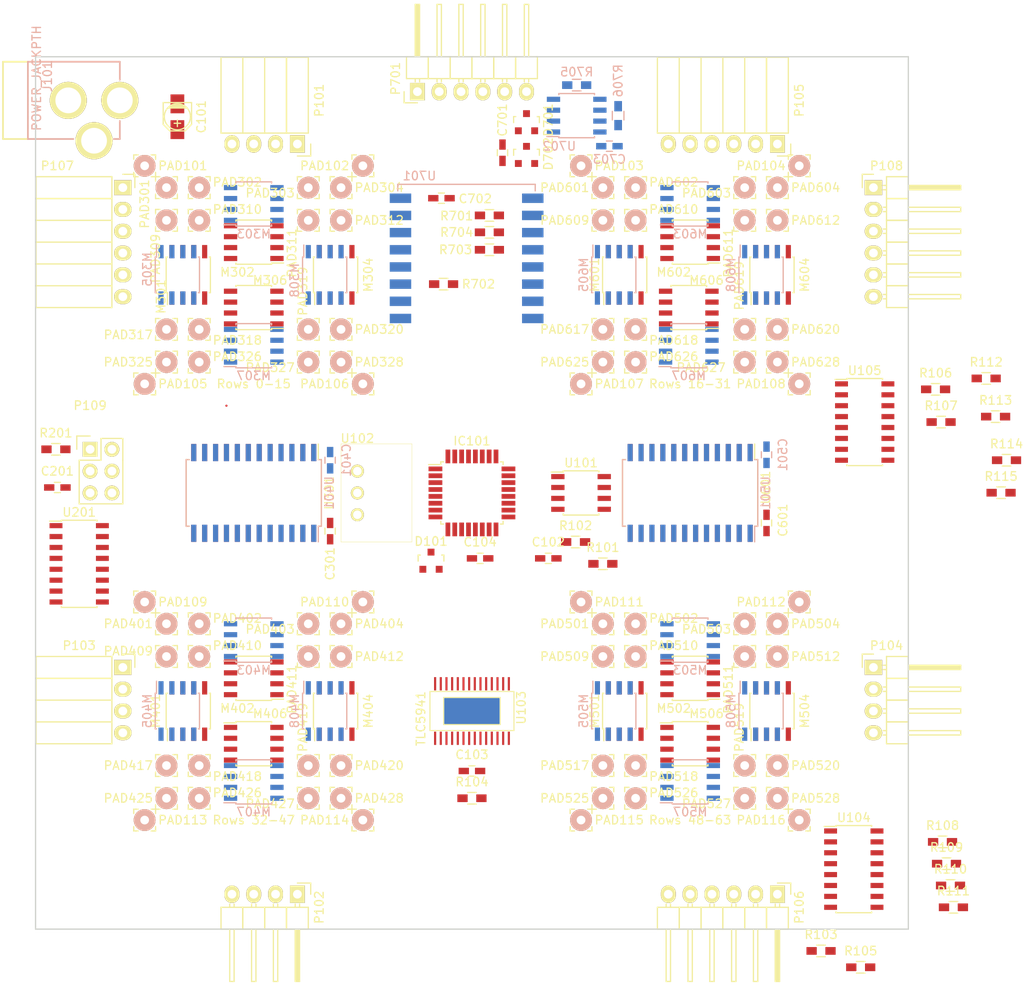
<source format=kicad_pcb>
(kicad_pcb (version 4) (host pcbnew "(2016-04-14 BZR 6691)-product")
  (layers (0 F.Cu signal) (31 B.Cu signal) (34 B.Paste user) (35 F.Paste user) (36 B.SilkS user) (37 F.SilkS user) (38 B.Mask user) (39 F.Mask user) (44 Edge.Cuts user))
  (net 0 "")
  (net 1 +3V3)
  (net 2 GND)
  (net 3 /GSCLK)
  (net 4 /ROW0_EN)
  (net 5 /ROW1_EN)
  (net 6 /ROW2_EN)
  (net 7 /ROW3_EN)
  (net 8 /XLAT)
  (net 9 /BLANK)
  (net 10 /MOSI)
  (net 11 /MISO)
  (net 12 /SCK)
  (net 13 /ADDRX0)
  (net 14 /ADDRX1)
  (net 15 /ADDRX2)
  (net 16 /ADDRX3)
  (net 17 /ADDRY0)
  (net 18 /ADDRY1)
  (net 19 /ADDRY2)
  (net 20 /ADDRY3)
  (net 21 +12V)
  (net 22 /RX+)
  (net 23 /RX-)
  (net 24 /ADDRX++0)
  (net 25 /ADDRX++1)
  (net 26 /ADDRX++2)
  (net 27 /ADDRX++3)
  (net 28 /ADDRY++0)
  (net 29 /ADDRY++1)
  (net 30 /ADDRY++2)
  (net 31 /ADDRY++3)
  (net 32 /VDD_AVR)
  (net 33 /AVR_RST)
  (net 34 /AVR_RX)
  (net 35 "Net-(M401-Pad5)")
  (net 36 "Net-(M402-Pad5)")
  (net 37 "Net-(M403-Pad5)")
  (net 38 "Net-(M404-Pad5)")
  (net 39 "Net-(M401-Pad7)")
  (net 40 "Net-(M402-Pad7)")
  (net 41 "Net-(M403-Pad7)")
  (net 42 "Net-(M404-Pad7)")
  (net 43 "Net-(M405-Pad5)")
  (net 44 "Net-(M406-Pad5)")
  (net 45 "Net-(M407-Pad5)")
  (net 46 "Net-(M408-Pad5)")
  (net 47 "Net-(M303-Pad7)")
  (net 48 "Net-(M304-Pad7)")
  (net 49 "Net-(M305-Pad5)")
  (net 50 "Net-(M306-Pad5)")
  (net 51 "Net-(M307-Pad5)")
  (net 52 "Net-(M308-Pad5)")
  (net 53 "Net-(M305-Pad7)")
  (net 54 "Net-(M306-Pad7)")
  (net 55 "Net-(M307-Pad7)")
  (net 56 "Net-(M308-Pad7)")
  (net 57 "Net-(M503-Pad7)")
  (net 58 "Net-(M504-Pad7)")
  (net 59 "Net-(M505-Pad5)")
  (net 60 "Net-(M506-Pad5)")
  (net 61 "Net-(M507-Pad5)")
  (net 62 "Net-(M508-Pad5)")
  (net 63 "Net-(M505-Pad7)")
  (net 64 "Net-(M506-Pad7)")
  (net 65 "Net-(M507-Pad7)")
  (net 66 "Net-(M508-Pad7)")
  (net 67 "Net-(M405-Pad7)")
  (net 68 "Net-(M406-Pad7)")
  (net 69 "Net-(M407-Pad7)")
  (net 70 "Net-(M408-Pad7)")
  (net 71 "Net-(M501-Pad5)")
  (net 72 "Net-(M502-Pad5)")
  (net 73 "Net-(M503-Pad5)")
  (net 74 "Net-(M504-Pad5)")
  (net 75 "Net-(M501-Pad7)")
  (net 76 "Net-(M502-Pad7)")
  (net 77 "Net-(M601-Pad5)")
  (net 78 "Net-(M602-Pad5)")
  (net 79 "Net-(M603-Pad5)")
  (net 80 "Net-(M604-Pad5)")
  (net 81 "Net-(M601-Pad7)")
  (net 82 "Net-(M602-Pad7)")
  (net 83 "Net-(M603-Pad7)")
  (net 84 "Net-(M604-Pad7)")
  (net 85 "Net-(M608-Pad7)")
  (net 86 "Net-(M607-Pad7)")
  (net 87 "Net-(M606-Pad7)")
  (net 88 "Net-(M605-Pad7)")
  (net 89 "Net-(M608-Pad5)")
  (net 90 "Net-(M607-Pad5)")
  (net 91 "Net-(M606-Pad5)")
  (net 92 "Net-(M605-Pad5)")
  (net 93 "Net-(M304-Pad5)")
  (net 94 "Net-(M303-Pad5)")
  (net 95 "Net-(M302-Pad5)")
  (net 96 "Net-(M301-Pad5)")
  (net 97 "Net-(M301-Pad7)")
  (net 98 "Net-(M302-Pad7)")
  (net 99 "Net-(J101-PadGNDB)")
  (net 100 "Net-(P701-Pad2)")
  (net 101 /ESP8266/ESP_RX)
  (net 102 /ESP8266/ESP_TX)
  (net 103 "Net-(R201-Pad2)")
  (net 104 "Net-(R701-Pad2)")
  (net 105 /ESP8266/ESP_RST)
  (net 106 "Net-(R704-Pad2)")
  (net 107 "Net-(R705-Pad2)")
  (net 108 "Net-(M301-Pad2)")
  (net 109 "Net-(M301-Pad4)")
  (net 110 "Net-(M302-Pad2)")
  (net 111 "Net-(M302-Pad4)")
  (net 112 "Net-(M303-Pad2)")
  (net 113 "Net-(M303-Pad4)")
  (net 114 "Net-(M304-Pad2)")
  (net 115 "Net-(M304-Pad4)")
  (net 116 "Net-(M305-Pad2)")
  (net 117 "Net-(M305-Pad4)")
  (net 118 "Net-(M306-Pad2)")
  (net 119 "Net-(M306-Pad4)")
  (net 120 "Net-(M307-Pad2)")
  (net 121 "Net-(M307-Pad4)")
  (net 122 "Net-(M308-Pad2)")
  (net 123 "Net-(M308-Pad4)")
  (net 124 "Net-(M401-Pad2)")
  (net 125 "Net-(M401-Pad4)")
  (net 126 "Net-(M402-Pad2)")
  (net 127 "Net-(M402-Pad4)")
  (net 128 "Net-(M608-Pad2)")
  (net 129 "Net-(M608-Pad4)")
  (net 130 "Net-(M607-Pad2)")
  (net 131 "Net-(M607-Pad4)")
  (net 132 "Net-(M606-Pad2)")
  (net 133 "Net-(M606-Pad4)")
  (net 134 "Net-(M605-Pad2)")
  (net 135 "Net-(M605-Pad4)")
  (net 136 "Net-(M604-Pad2)")
  (net 137 "Net-(M604-Pad4)")
  (net 138 "Net-(M603-Pad2)")
  (net 139 "Net-(M603-Pad4)")
  (net 140 "Net-(M602-Pad2)")
  (net 141 "Net-(M602-Pad4)")
  (net 142 "Net-(M601-Pad2)")
  (net 143 "Net-(M601-Pad4)")
  (net 144 "Net-(M508-Pad2)")
  (net 145 "Net-(M508-Pad4)")
  (net 146 "Net-(M507-Pad2)")
  (net 147 "Net-(M507-Pad4)")
  (net 148 "Net-(M506-Pad2)")
  (net 149 "Net-(M506-Pad4)")
  (net 150 "Net-(M505-Pad2)")
  (net 151 "Net-(M505-Pad4)")
  (net 152 "Net-(M504-Pad2)")
  (net 153 "Net-(M504-Pad4)")
  (net 154 "Net-(M503-Pad2)")
  (net 155 "Net-(M503-Pad4)")
  (net 156 "Net-(M502-Pad2)")
  (net 157 "Net-(M502-Pad4)")
  (net 158 "Net-(M501-Pad2)")
  (net 159 "Net-(M501-Pad4)")
  (net 160 "Net-(M408-Pad2)")
  (net 161 "Net-(M408-Pad4)")
  (net 162 "Net-(M407-Pad2)")
  (net 163 "Net-(M407-Pad4)")
  (net 164 "Net-(M406-Pad2)")
  (net 165 "Net-(M406-Pad4)")
  (net 166 "Net-(M405-Pad2)")
  (net 167 "Net-(M405-Pad4)")
  (net 168 "Net-(M404-Pad2)")
  (net 169 "Net-(M404-Pad4)")
  (net 170 "Net-(M403-Pad2)")
  (net 171 "Net-(M403-Pad4)")
  (net 172 "Net-(U702-Pad1)")
  (net 173 /Rows/Rows16-31/EN0)
  (net 174 /Rows/Rows48-63/EN0)
  (net 175 /Rows/Rows32-47/EN0)
  (net 176 /Rows/Rows0-15/EN0)
  (net 177 /Rows/IN4)
  (net 178 /Rows/IN5)
  (net 179 VCC)
  (net 180 "Net-(U701-Pad2)")
  (net 181 "Net-(U701-Pad4)")
  (net 182 "Net-(U701-Pad5)")
  (net 183 "Net-(U701-Pad6)")
  (net 184 "Net-(U701-Pad7)")
  (net 185 "Net-(U701-Pad13)")
  (net 186 "Net-(U701-Pad14)")
  (net 187 "Net-(C701-Pad1)")
  (net 188 "Net-(D701-Pad3)")
  (net 189 "Net-(D702-Pad1)")
  (net 190 "Net-(PAD108-Pad1)")
  (net 191 "Net-(PAD107-Pad1)")
  (net 192 "Net-(PAD106-Pad1)")
  (net 193 "Net-(PAD105-Pad1)")
  (net 194 "Net-(PAD104-Pad1)")
  (net 195 "Net-(PAD103-Pad1)")
  (net 196 "Net-(PAD102-Pad1)")
  (net 197 "Net-(PAD101-Pad1)")
  (net 198 "Net-(PAD116-Pad1)")
  (net 199 "Net-(PAD115-Pad1)")
  (net 200 "Net-(PAD114-Pad1)")
  (net 201 "Net-(PAD113-Pad1)")
  (net 202 "Net-(PAD112-Pad1)")
  (net 203 "Net-(PAD111-Pad1)")
  (net 204 "Net-(PAD110-Pad1)")
  (net 205 "Net-(PAD109-Pad1)")
  (net 206 "Net-(R102-Pad1)")
  (net 207 "Net-(R103-Pad2)")
  (net 208 "Net-(R104-Pad1)")
  (net 209 "Net-(R105-Pad1)")
  (net 210 "Net-(R106-Pad2)")
  (net 211 "Net-(R107-Pad1)")
  (net 212 "Net-(U103-Pad23)")
  (net 213 "Net-(U103-Pad24)")
  (net 214 "Net-(U101-Pad4)")
  (net 215 "Net-(U105-Pad9)")
  (net 216 "Net-(U104-Pad9)")
  (net 217 "Net-(IC101-Pad12)")
  (net 218 "Net-(IC101-Pad19)")
  (net 219 "Net-(IC101-Pad22)")
  (module TO_SOT_Packages_SMD:SOT-23 (layer F.Cu) (at 146.05 62.23)
    (fp_text reference D702 (at 2.54 -0.127 90) (layer F.SilkS))
    (fp_text value BAT54)
    (pad 1 smd rect (at -0.95 1.00076) (size 0.8001 0.8001) (layers F.Cu F.Paste F.Mask) (net 189 "Net-(D702-Pad1)"))
    (pad 2 smd rect (at 0.95 1.00076) (size 0.8001 0.8001) (layers F.Cu F.Paste F.Mask))
    (pad 3 smd rect (at 0 -0.99822) (size 0.8001 0.8001) (layers F.Cu F.Paste F.Mask) (net 187 "Net-(C701-Pad1)"))
  )
  (module TO_SOT_Packages_SMD:SOT-23 (layer F.Cu) (at 146.05 58.42)
    (fp_text reference D701 (at 2.54 -0.254 450) (layer F.SilkS))
    (fp_text value BAT54)
    (pad 1 smd rect (at -0.95 1.00076) (size 0.8001 0.8001) (layers F.Cu F.Paste F.Mask) (net 187 "Net-(C701-Pad1)"))
    (pad 2 smd rect (at 0.95 1.00076) (size 0.8001 0.8001) (layers F.Cu F.Paste F.Mask))
    (pad 3 smd rect (at 0 -0.99822) (size 0.8001 0.8001) (layers F.Cu F.Paste F.Mask) (net 188 "Net-(D701-Pad3)"))
  )
  (module TO_SOT_Packages_SMD:SOT-23 (layer F.Cu) (at 134.935 109.48924)
    (fp_text reference D101 (at 0 -2.25) (layer F.SilkS))
    (fp_text value BAT54)
    (pad 1 smd rect (at -0.95 1.00076) (size 0.8001 0.8001) (layers F.Cu F.Paste F.Mask) (net 1 +3V3))
    (pad 2 smd rect (at 0.95 1.00076) (size 0.8001 0.8001) (layers F.Cu F.Paste F.Mask))
    (pad 3 smd rect (at 0 -0.99822) (size 0.8001 0.8001) (layers F.Cu F.Paste F.Mask) (net 32 /VDD_AVR))
  )
  (module SparkFun-Connectors:SparkFun-Connectors-POWER_JACK_PTH (layer F.Cu) (at 85.01126 55.88 270)
    (fp_text reference J101 (at -2.794 -5.2832 270) (layer B.SilkS))
    (fp_text value POWER_JACKPTH (at -2.58826 -4.0132 270) (layer B.SilkS))
    (pad GND thru_hole circle (at 0 -7.69874 270) (size 4.318 4.318) (drill 2.9972) (layers *.Cu F.Paste F.SilkS F.Mask) (net 2 GND))
    (pad GNDB thru_hole circle (at 4.699 -10.69848 270) (size 4.318 4.318) (drill 2.9972) (layers *.Cu F.Paste F.SilkS F.Mask) (net 99 "Net-(J101-PadGNDB)"))
    (pad PWR thru_hole circle (at 0 -13.69822 270) (size 4.318 4.318) (drill 2.9972) (layers *.Cu F.Paste F.SilkS F.Mask) (net 21 +12V))
  )
  (module Resistors_SMD:R_0603_HandSoldering (layer F.Cu) (at 154.94 109.855)
    (fp_text reference R101 (at 0 -1.9) (layer F.SilkS))
    (fp_text value 120R)
    (pad 1 smd rect (at -1.1 0) (size 1.2 0.9) (layers F.Cu F.Paste F.Mask) (net 22 /RX+))
    (pad 2 smd rect (at 1.1 0) (size 1.2 0.9) (layers F.Cu F.Paste F.Mask) (net 23 /RX-))
  )
  (module Resistors_SMD:R_0603_HandSoldering (layer F.Cu) (at 151.765 107.315)
    (fp_text reference R102 (at 0 -1.9) (layer F.SilkS))
    (fp_text value 10k)
    (pad 1 smd rect (at -1.1 0) (size 1.2 0.9) (layers F.Cu F.Paste F.Mask) (net 206 "Net-(R102-Pad1)"))
    (pad 2 smd rect (at 1.1 0) (size 1.2 0.9) (layers F.Cu F.Paste F.Mask) (net 2 GND))
  )
  (module Resistors_SMD:R_0603_HandSoldering (layer F.Cu) (at 180.34 154.94)
    (fp_text reference R103 (at 0 -1.9) (layer F.SilkS))
    (fp_text value 10k)
    (pad 1 smd rect (at -1.1 0) (size 1.2 0.9) (layers F.Cu F.Paste F.Mask) (net 1 +3V3))
    (pad 2 smd rect (at 1.1 0) (size 1.2 0.9) (layers F.Cu F.Paste F.Mask) (net 207 "Net-(R103-Pad2)"))
  )
  (module Resistors_SMD:R_0603_HandSoldering (layer F.Cu) (at 139.7 137.16)
    (fp_text reference R104 (at 0 -1.9) (layer F.SilkS))
    (fp_text value 2k)
    (pad 1 smd rect (at -1.1 0) (size 1.2 0.9) (layers F.Cu F.Paste F.Mask) (net 208 "Net-(R104-Pad1)"))
    (pad 2 smd rect (at 1.1 0) (size 1.2 0.9) (layers F.Cu F.Paste F.Mask) (net 2 GND))
  )
  (module Resistors_SMD:R_0603_HandSoldering (layer F.Cu) (at 184.955 156.845)
    (fp_text reference R105 (at 0 -1.9) (layer F.SilkS))
    (fp_text value 10k)
    (pad 1 smd rect (at -1.1 0) (size 1.2 0.9) (layers F.Cu F.Paste F.Mask) (net 209 "Net-(R105-Pad1)"))
    (pad 2 smd rect (at 1.1 0) (size 1.2 0.9) (layers F.Cu F.Paste F.Mask) (net 2 GND))
  )
  (module Resistors_SMD:R_0603_HandSoldering (layer F.Cu) (at 194.31 93.345)
    (fp_text reference R107 (at 0 -1.9) (layer F.SilkS))
    (fp_text value 10k)
    (pad 1 smd rect (at -1.1 0) (size 1.2 0.9) (layers F.Cu F.Paste F.Mask) (net 211 "Net-(R107-Pad1)"))
    (pad 2 smd rect (at 1.1 0) (size 1.2 0.9) (layers F.Cu F.Paste F.Mask) (net 2 GND))
  )
  (module Resistors_SMD:R_0603_HandSoldering (layer F.Cu) (at 194.48 142.24)
    (fp_text reference R108 (at 0 -1.9) (layer F.SilkS))
    (fp_text value 10k)
    (pad 1 smd rect (at -1.1 0) (size 1.2 0.9) (layers F.Cu F.Paste F.Mask) (net 13 /ADDRX0))
    (pad 2 smd rect (at 1.1 0) (size 1.2 0.9) (layers F.Cu F.Paste F.Mask) (net 2 GND))
  )
  (module Resistors_SMD:R_0603_HandSoldering (layer F.Cu) (at 91.27 96.52)
    (fp_text reference R201 (at 0 -1.9) (layer F.SilkS))
    (fp_text value 10k)
    (pad 1 smd rect (at -1.1 0) (size 1.2 0.9) (layers F.Cu F.Paste F.Mask) (net 1 +3V3))
    (pad 2 smd rect (at 1.1 0) (size 1.2 0.9) (layers F.Cu F.Paste F.Mask) (net 103 "Net-(R201-Pad2)"))
  )
  (module Resistors_SMD:R_0603_HandSoldering (layer F.Cu) (at 141.732 69.2785)
    (fp_text reference R701 (at -3.81 0.0635) (layer F.SilkS))
    (fp_text value 10k)
    (pad 1 smd rect (at -1.1 0) (size 1.2 0.9) (layers F.Cu F.Paste F.Mask) (net 2 GND))
    (pad 2 smd rect (at 1.1 0) (size 1.2 0.9) (layers F.Cu F.Paste F.Mask) (net 104 "Net-(R701-Pad2)"))
  )
  (module Resistors_SMD:R_0603_HandSoldering (layer F.Cu) (at 136.398 77.2795)
    (fp_text reference R702 (at 4.064 0) (layer F.SilkS))
    (fp_text value 10k)
    (pad 1 smd rect (at -1.1 0) (size 1.2 0.9) (layers F.Cu F.Paste F.Mask) (net 1 +3V3))
    (pad 2 smd rect (at 1.1 0) (size 1.2 0.9) (layers F.Cu F.Paste F.Mask) (net 105 /ESP8266/ESP_RST))
  )
  (module Resistors_SMD:R_0603_HandSoldering (layer F.Cu) (at 141.732 73.279 180)
    (fp_text reference R703 (at 3.937 0 180) (layer F.SilkS))
    (fp_text value 10k)
    (pad 1 smd rect (at -1.1 0 180) (size 1.2 0.9) (layers F.Cu F.Paste F.Mask) (net 189 "Net-(D702-Pad1)"))
    (pad 2 smd rect (at 1.1 0 180) (size 1.2 0.9) (layers F.Cu F.Paste F.Mask) (net 1 +3V3))
  )
  (module Resistors_SMD:R_0603_HandSoldering (layer F.Cu) (at 141.732 71.247)
    (fp_text reference R704 (at -3.81 0) (layer F.SilkS))
    (fp_text value 10k)
    (pad 1 smd rect (at -1.1 0) (size 1.2 0.9) (layers F.Cu F.Paste F.Mask) (net 1 +3V3))
    (pad 2 smd rect (at 1.1 0) (size 1.2 0.9) (layers F.Cu F.Paste F.Mask) (net 106 "Net-(R704-Pad2)"))
  )
  (module Resistors_SMD:R_0603_HandSoldering (layer B.Cu) (at 151.892 54.102 180)
    (fp_text reference R705 (at 0 1.524 180) (layer B.SilkS) (effects (justify mirror)))
    (fp_text value 10k)
    (pad 1 smd rect (at -1.1 0 180) (size 1.2 0.9) (layers B.Cu B.Paste B.Mask) (net 1 +3V3))
    (pad 2 smd rect (at 1.1 0 180) (size 1.2 0.9) (layers B.Cu B.Paste B.Mask) (net 107 "Net-(R705-Pad2)"))
  )
  (module Resistors_SMD:R_0603_HandSoldering (layer B.Cu) (at 156.718 57.658 90)
    (fp_text reference R706 (at 4.064 0 90) (layer B.SilkS) (effects (justify mirror)))
    (fp_text value 120R)
    (pad 1 smd rect (at -1.1 0 90) (size 1.2 0.9) (layers B.Cu B.Paste B.Mask) (net 23 /RX-))
    (pad 2 smd rect (at 1.1 0 90) (size 1.2 0.9) (layers B.Cu B.Paste B.Mask) (net 22 /RX+))
  )
  (module Resistors_SMD:R_0603_HandSoldering (layer F.Cu) (at 193.675 89.535)
    (fp_text reference R106 (at 0 -1.9) (layer F.SilkS))
    (fp_text value 10k)
    (pad 1 smd rect (at -1.1 0) (size 1.2 0.9) (layers F.Cu F.Paste F.Mask) (net 1 +3V3))
    (pad 2 smd rect (at 1.1 0) (size 1.2 0.9) (layers F.Cu F.Paste F.Mask) (net 210 "Net-(R106-Pad2)"))
  )
  (module Housings_SOIC:SOIC-8_3.9x4.9mm_Pitch1.27mm (layer B.Cu) (at 151.892 57.658)
    (fp_text reference U702 (at -2.032 3.556) (layer B.SilkS) (effects (justify mirror)))
    (fp_text value ISL83485)
    (pad 1 smd rect (at -2.7 1.905) (size 1.55 0.6) (layers B.Cu B.Paste B.Mask) (net 172 "Net-(U702-Pad1)"))
    (pad 2 smd rect (at -2.7 0.635) (size 1.55 0.6) (layers B.Cu B.Paste B.Mask) (net 107 "Net-(R705-Pad2)"))
    (pad 3 smd rect (at -2.7 -0.635) (size 1.55 0.6) (layers B.Cu B.Paste B.Mask) (net 107 "Net-(R705-Pad2)"))
    (pad 4 smd rect (at -2.7 -1.905) (size 1.55 0.6) (layers B.Cu B.Paste B.Mask) (net 102 /ESP8266/ESP_TX))
    (pad 5 smd rect (at 2.7 -1.905) (size 1.55 0.6) (layers B.Cu B.Paste B.Mask) (net 2 GND))
    (pad 6 smd rect (at 2.7 -0.635) (size 1.55 0.6) (layers B.Cu B.Paste B.Mask) (net 22 /RX+))
    (pad 7 smd rect (at 2.7 0.635) (size 1.55 0.6) (layers B.Cu B.Paste B.Mask) (net 23 /RX-))
    (pad 8 smd rect (at 2.7 1.905) (size 1.55 0.6) (layers B.Cu B.Paste B.Mask) (net 1 +3V3))
  )
  (module Housings_SOIC:SOIC-24_7.5x15.4mm_Pitch1.27mm (layer F.Cu) (at 165.1 101.6 270)
    (fp_text reference U601 (at -0.635 -8.8 270) (layer F.SilkS))
    (fp_text value 74154)
    (pad 1 smd rect (at -4.7 -6.985 270) (size 2 0.6) (layers F.Cu F.Paste F.Mask) (net 143 "Net-(M601-Pad4)"))
    (pad 2 smd rect (at -4.7 -5.715 270) (size 2 0.6) (layers F.Cu F.Paste F.Mask) (net 141 "Net-(M602-Pad4)"))
    (pad 3 smd rect (at -4.7 -4.445 270) (size 2 0.6) (layers F.Cu F.Paste F.Mask) (net 139 "Net-(M603-Pad4)"))
    (pad 4 smd rect (at -4.7 -3.175 270) (size 2 0.6) (layers F.Cu F.Paste F.Mask) (net 137 "Net-(M604-Pad4)"))
    (pad 5 smd rect (at -4.7 -1.905 270) (size 2 0.6) (layers F.Cu F.Paste F.Mask) (net 142 "Net-(M601-Pad2)"))
    (pad 6 smd rect (at -4.7 -0.635 270) (size 2 0.6) (layers F.Cu F.Paste F.Mask) (net 140 "Net-(M602-Pad2)"))
    (pad 7 smd rect (at -4.7 0.635 270) (size 2 0.6) (layers F.Cu F.Paste F.Mask) (net 138 "Net-(M603-Pad2)"))
    (pad 8 smd rect (at -4.7 1.905 270) (size 2 0.6) (layers F.Cu F.Paste F.Mask) (net 136 "Net-(M604-Pad2)"))
    (pad 9 smd rect (at -4.7 3.175 270) (size 2 0.6) (layers F.Cu F.Paste F.Mask) (net 135 "Net-(M605-Pad4)"))
    (pad 10 smd rect (at -4.7 4.445 270) (size 2 0.6) (layers F.Cu F.Paste F.Mask) (net 133 "Net-(M606-Pad4)"))
    (pad 11 smd rect (at -4.7 5.715 270) (size 2 0.6) (layers F.Cu F.Paste F.Mask) (net 131 "Net-(M607-Pad4)"))
    (pad 12 smd rect (at -4.7 6.985 270) (size 2 0.6) (layers F.Cu F.Paste F.Mask) (net 2 GND))
    (pad 13 smd rect (at 4.7 6.985 270) (size 2 0.6) (layers F.Cu F.Paste F.Mask) (net 129 "Net-(M608-Pad4)"))
    (pad 14 smd rect (at 4.7 5.715 270) (size 2 0.6) (layers F.Cu F.Paste F.Mask) (net 134 "Net-(M605-Pad2)"))
    (pad 15 smd rect (at 4.7 4.445 270) (size 2 0.6) (layers F.Cu F.Paste F.Mask) (net 132 "Net-(M606-Pad2)"))
    (pad 16 smd rect (at 4.7 3.175 270) (size 2 0.6) (layers F.Cu F.Paste F.Mask) (net 130 "Net-(M607-Pad2)"))
    (pad 17 smd rect (at 4.7 1.905 270) (size 2 0.6) (layers F.Cu F.Paste F.Mask) (net 128 "Net-(M608-Pad2)"))
    (pad 18 smd rect (at 4.7 0.635 270) (size 2 0.6) (layers F.Cu F.Paste F.Mask) (net 173 /Rows/Rows16-31/EN0))
    (pad 19 smd rect (at 4.7 -0.635 270) (size 2 0.6) (layers F.Cu F.Paste F.Mask) (net 173 /Rows/Rows16-31/EN0))
    (pad 20 smd rect (at 4.7 -1.905 270) (size 2 0.6) (layers F.Cu F.Paste F.Mask) (net 7 /ROW3_EN))
    (pad 21 smd rect (at 4.7 -3.175 270) (size 2 0.6) (layers F.Cu F.Paste F.Mask) (net 6 /ROW2_EN))
    (pad 22 smd rect (at 4.7 -4.445 270) (size 2 0.6) (layers F.Cu F.Paste F.Mask) (net 5 /ROW1_EN))
    (pad 23 smd rect (at 4.7 -5.715 270) (size 2 0.6) (layers F.Cu F.Paste F.Mask) (net 4 /ROW0_EN))
    (pad 24 smd rect (at 4.7 -6.985 270) (size 2 0.6) (layers F.Cu F.Paste F.Mask) (net 1 +3V3))
  )
  (module Housings_SOIC:SOIC-24_7.5x15.4mm_Pitch1.27mm (layer B.Cu) (at 165.1 101.6 90)
    (fp_text reference U501 (at 0 8.8 90) (layer B.SilkS) (effects (justify mirror)))
    (fp_text value 74154)
    (pad 1 smd rect (at -4.7 6.985 90) (size 2 0.6) (layers B.Cu B.Paste B.Mask) (net 159 "Net-(M501-Pad4)"))
    (pad 2 smd rect (at -4.7 5.715 90) (size 2 0.6) (layers B.Cu B.Paste B.Mask) (net 157 "Net-(M502-Pad4)"))
    (pad 3 smd rect (at -4.7 4.445 90) (size 2 0.6) (layers B.Cu B.Paste B.Mask) (net 155 "Net-(M503-Pad4)"))
    (pad 4 smd rect (at -4.7 3.175 90) (size 2 0.6) (layers B.Cu B.Paste B.Mask) (net 153 "Net-(M504-Pad4)"))
    (pad 5 smd rect (at -4.7 1.905 90) (size 2 0.6) (layers B.Cu B.Paste B.Mask) (net 158 "Net-(M501-Pad2)"))
    (pad 6 smd rect (at -4.7 0.635 90) (size 2 0.6) (layers B.Cu B.Paste B.Mask) (net 156 "Net-(M502-Pad2)"))
    (pad 7 smd rect (at -4.7 -0.635 90) (size 2 0.6) (layers B.Cu B.Paste B.Mask) (net 154 "Net-(M503-Pad2)"))
    (pad 8 smd rect (at -4.7 -1.905 90) (size 2 0.6) (layers B.Cu B.Paste B.Mask) (net 152 "Net-(M504-Pad2)"))
    (pad 9 smd rect (at -4.7 -3.175 90) (size 2 0.6) (layers B.Cu B.Paste B.Mask) (net 151 "Net-(M505-Pad4)"))
    (pad 10 smd rect (at -4.7 -4.445 90) (size 2 0.6) (layers B.Cu B.Paste B.Mask) (net 149 "Net-(M506-Pad4)"))
    (pad 11 smd rect (at -4.7 -5.715 90) (size 2 0.6) (layers B.Cu B.Paste B.Mask) (net 147 "Net-(M507-Pad4)"))
    (pad 12 smd rect (at -4.7 -6.985 90) (size 2 0.6) (layers B.Cu B.Paste B.Mask) (net 2 GND))
    (pad 13 smd rect (at 4.7 -6.985 90) (size 2 0.6) (layers B.Cu B.Paste B.Mask) (net 145 "Net-(M508-Pad4)"))
    (pad 14 smd rect (at 4.7 -5.715 90) (size 2 0.6) (layers B.Cu B.Paste B.Mask) (net 150 "Net-(M505-Pad2)"))
    (pad 15 smd rect (at 4.7 -4.445 90) (size 2 0.6) (layers B.Cu B.Paste B.Mask) (net 148 "Net-(M506-Pad2)"))
    (pad 16 smd rect (at 4.7 -3.175 90) (size 2 0.6) (layers B.Cu B.Paste B.Mask) (net 146 "Net-(M507-Pad2)"))
    (pad 17 smd rect (at 4.7 -1.905 90) (size 2 0.6) (layers B.Cu B.Paste B.Mask) (net 144 "Net-(M508-Pad2)"))
    (pad 18 smd rect (at 4.7 -0.635 90) (size 2 0.6) (layers B.Cu B.Paste B.Mask) (net 174 /Rows/Rows48-63/EN0))
    (pad 19 smd rect (at 4.7 0.635 90) (size 2 0.6) (layers B.Cu B.Paste B.Mask) (net 174 /Rows/Rows48-63/EN0))
    (pad 20 smd rect (at 4.7 1.905 90) (size 2 0.6) (layers B.Cu B.Paste B.Mask) (net 7 /ROW3_EN))
    (pad 21 smd rect (at 4.7 3.175 90) (size 2 0.6) (layers B.Cu B.Paste B.Mask) (net 6 /ROW2_EN))
    (pad 22 smd rect (at 4.7 4.445 90) (size 2 0.6) (layers B.Cu B.Paste B.Mask) (net 5 /ROW1_EN))
    (pad 23 smd rect (at 4.7 5.715 90) (size 2 0.6) (layers B.Cu B.Paste B.Mask) (net 4 /ROW0_EN))
    (pad 24 smd rect (at 4.7 6.985 90) (size 2 0.6) (layers B.Cu B.Paste B.Mask) (net 1 +3V3))
  )
  (module Housings_SOIC:SOIC-24_7.5x15.4mm_Pitch1.27mm (layer B.Cu) (at 114.3 101.6 90)
    (fp_text reference U401 (at 0 8.8 90) (layer B.SilkS) (effects (justify mirror)))
    (fp_text value 74154)
    (pad 1 smd rect (at -4.7 6.985 90) (size 2 0.6) (layers B.Cu B.Paste B.Mask) (net 125 "Net-(M401-Pad4)"))
    (pad 2 smd rect (at -4.7 5.715 90) (size 2 0.6) (layers B.Cu B.Paste B.Mask) (net 127 "Net-(M402-Pad4)"))
    (pad 3 smd rect (at -4.7 4.445 90) (size 2 0.6) (layers B.Cu B.Paste B.Mask) (net 171 "Net-(M403-Pad4)"))
    (pad 4 smd rect (at -4.7 3.175 90) (size 2 0.6) (layers B.Cu B.Paste B.Mask) (net 169 "Net-(M404-Pad4)"))
    (pad 5 smd rect (at -4.7 1.905 90) (size 2 0.6) (layers B.Cu B.Paste B.Mask) (net 124 "Net-(M401-Pad2)"))
    (pad 6 smd rect (at -4.7 0.635 90) (size 2 0.6) (layers B.Cu B.Paste B.Mask) (net 126 "Net-(M402-Pad2)"))
    (pad 7 smd rect (at -4.7 -0.635 90) (size 2 0.6) (layers B.Cu B.Paste B.Mask) (net 170 "Net-(M403-Pad2)"))
    (pad 8 smd rect (at -4.7 -1.905 90) (size 2 0.6) (layers B.Cu B.Paste B.Mask) (net 168 "Net-(M404-Pad2)"))
    (pad 9 smd rect (at -4.7 -3.175 90) (size 2 0.6) (layers B.Cu B.Paste B.Mask) (net 167 "Net-(M405-Pad4)"))
    (pad 10 smd rect (at -4.7 -4.445 90) (size 2 0.6) (layers B.Cu B.Paste B.Mask) (net 165 "Net-(M406-Pad4)"))
    (pad 11 smd rect (at -4.7 -5.715 90) (size 2 0.6) (layers B.Cu B.Paste B.Mask) (net 163 "Net-(M407-Pad4)"))
    (pad 12 smd rect (at -4.7 -6.985 90) (size 2 0.6) (layers B.Cu B.Paste B.Mask) (net 2 GND))
    (pad 13 smd rect (at 4.7 -6.985 90) (size 2 0.6) (layers B.Cu B.Paste B.Mask) (net 161 "Net-(M408-Pad4)"))
    (pad 14 smd rect (at 4.7 -5.715 90) (size 2 0.6) (layers B.Cu B.Paste B.Mask) (net 166 "Net-(M405-Pad2)"))
    (pad 15 smd rect (at 4.7 -4.445 90) (size 2 0.6) (layers B.Cu B.Paste B.Mask) (net 164 "Net-(M406-Pad2)"))
    (pad 16 smd rect (at 4.7 -3.175 90) (size 2 0.6) (layers B.Cu B.Paste B.Mask) (net 162 "Net-(M407-Pad2)"))
    (pad 17 smd rect (at 4.7 -1.905 90) (size 2 0.6) (layers B.Cu B.Paste B.Mask) (net 160 "Net-(M408-Pad2)"))
    (pad 18 smd rect (at 4.7 -0.635 90) (size 2 0.6) (layers B.Cu B.Paste B.Mask) (net 175 /Rows/Rows32-47/EN0))
    (pad 19 smd rect (at 4.7 0.635 90) (size 2 0.6) (layers B.Cu B.Paste B.Mask) (net 175 /Rows/Rows32-47/EN0))
    (pad 20 smd rect (at 4.7 1.905 90) (size 2 0.6) (layers B.Cu B.Paste B.Mask) (net 7 /ROW3_EN))
    (pad 21 smd rect (at 4.7 3.175 90) (size 2 0.6) (layers B.Cu B.Paste B.Mask) (net 6 /ROW2_EN))
    (pad 22 smd rect (at 4.7 4.445 90) (size 2 0.6) (layers B.Cu B.Paste B.Mask) (net 5 /ROW1_EN))
    (pad 23 smd rect (at 4.7 5.715 90) (size 2 0.6) (layers B.Cu B.Paste B.Mask) (net 4 /ROW0_EN))
    (pad 24 smd rect (at 4.7 6.985 90) (size 2 0.6) (layers B.Cu B.Paste B.Mask) (net 1 +3V3))
  )
  (module Housings_SOIC:SOIC-24_7.5x15.4mm_Pitch1.27mm (layer F.Cu) (at 114.3 101.6 270)
    (fp_text reference U301 (at 0 -8.8 270) (layer F.SilkS))
    (fp_text value 74154)
    (pad 1 smd rect (at -4.7 -6.985 270) (size 2 0.6) (layers F.Cu F.Paste F.Mask) (net 109 "Net-(M301-Pad4)"))
    (pad 2 smd rect (at -4.7 -5.715 270) (size 2 0.6) (layers F.Cu F.Paste F.Mask) (net 111 "Net-(M302-Pad4)"))
    (pad 3 smd rect (at -4.7 -4.445 270) (size 2 0.6) (layers F.Cu F.Paste F.Mask) (net 113 "Net-(M303-Pad4)"))
    (pad 4 smd rect (at -4.7 -3.175 270) (size 2 0.6) (layers F.Cu F.Paste F.Mask) (net 115 "Net-(M304-Pad4)"))
    (pad 5 smd rect (at -4.7 -1.905 270) (size 2 0.6) (layers F.Cu F.Paste F.Mask) (net 108 "Net-(M301-Pad2)"))
    (pad 6 smd rect (at -4.7 -0.635 270) (size 2 0.6) (layers F.Cu F.Paste F.Mask) (net 110 "Net-(M302-Pad2)"))
    (pad 7 smd rect (at -4.7 0.635 270) (size 2 0.6) (layers F.Cu F.Paste F.Mask) (net 112 "Net-(M303-Pad2)"))
    (pad 8 smd rect (at -4.7 1.905 270) (size 2 0.6) (layers F.Cu F.Paste F.Mask) (net 114 "Net-(M304-Pad2)"))
    (pad 9 smd rect (at -4.7 3.175 270) (size 2 0.6) (layers F.Cu F.Paste F.Mask) (net 117 "Net-(M305-Pad4)"))
    (pad 10 smd rect (at -4.7 4.445 270) (size 2 0.6) (layers F.Cu F.Paste F.Mask) (net 119 "Net-(M306-Pad4)"))
    (pad 11 smd rect (at -4.7 5.715 270) (size 2 0.6) (layers F.Cu F.Paste F.Mask) (net 121 "Net-(M307-Pad4)"))
    (pad 12 smd rect (at -4.7 6.985 270) (size 2 0.6) (layers F.Cu F.Paste F.Mask) (net 2 GND))
    (pad 13 smd rect (at 4.7 6.985 270) (size 2 0.6) (layers F.Cu F.Paste F.Mask) (net 123 "Net-(M308-Pad4)"))
    (pad 14 smd rect (at 4.7 5.715 270) (size 2 0.6) (layers F.Cu F.Paste F.Mask) (net 116 "Net-(M305-Pad2)"))
    (pad 15 smd rect (at 4.7 4.445 270) (size 2 0.6) (layers F.Cu F.Paste F.Mask) (net 118 "Net-(M306-Pad2)"))
    (pad 16 smd rect (at 4.7 3.175 270) (size 2 0.6) (layers F.Cu F.Paste F.Mask) (net 120 "Net-(M307-Pad2)"))
    (pad 17 smd rect (at 4.7 1.905 270) (size 2 0.6) (layers F.Cu F.Paste F.Mask) (net 122 "Net-(M308-Pad2)"))
    (pad 18 smd rect (at 4.7 0.635 270) (size 2 0.6) (layers F.Cu F.Paste F.Mask) (net 176 /Rows/Rows0-15/EN0))
    (pad 19 smd rect (at 4.7 -0.635 270) (size 2 0.6) (layers F.Cu F.Paste F.Mask) (net 176 /Rows/Rows0-15/EN0))
    (pad 20 smd rect (at 4.7 -1.905 270) (size 2 0.6) (layers F.Cu F.Paste F.Mask) (net 7 /ROW3_EN))
    (pad 21 smd rect (at 4.7 -3.175 270) (size 2 0.6) (layers F.Cu F.Paste F.Mask) (net 6 /ROW2_EN))
    (pad 22 smd rect (at 4.7 -4.445 270) (size 2 0.6) (layers F.Cu F.Paste F.Mask) (net 5 /ROW1_EN))
    (pad 23 smd rect (at 4.7 -5.715 270) (size 2 0.6) (layers F.Cu F.Paste F.Mask) (net 4 /ROW0_EN))
    (pad 24 smd rect (at 4.7 -6.985 270) (size 2 0.6) (layers F.Cu F.Paste F.Mask) (net 1 +3V3))
  )
  (module Housings_SOIC:SOIC-16_3.9x9.9mm_Pitch1.27mm (layer F.Cu) (at 93.98 109.855)
    (fp_text reference U201 (at 0 -6) (layer F.SilkS))
    (fp_text value 74LS139)
    (pad 1 smd rect (at -2.7 -4.445) (size 1.5 0.6) (layers F.Cu F.Paste F.Mask) (net 103 "Net-(R201-Pad2)"))
    (pad 2 smd rect (at -2.7 -3.175) (size 1.5 0.6) (layers F.Cu F.Paste F.Mask) (net 177 /Rows/IN4))
    (pad 3 smd rect (at -2.7 -1.905) (size 1.5 0.6) (layers F.Cu F.Paste F.Mask) (net 178 /Rows/IN5))
    (pad 4 smd rect (at -2.7 -0.635) (size 1.5 0.6) (layers F.Cu F.Paste F.Mask) (net 176 /Rows/Rows0-15/EN0))
    (pad 5 smd rect (at -2.7 0.635) (size 1.5 0.6) (layers F.Cu F.Paste F.Mask) (net 173 /Rows/Rows16-31/EN0))
    (pad 6 smd rect (at -2.7 1.905) (size 1.5 0.6) (layers F.Cu F.Paste F.Mask) (net 175 /Rows/Rows32-47/EN0))
    (pad 7 smd rect (at -2.7 3.175) (size 1.5 0.6) (layers F.Cu F.Paste F.Mask) (net 174 /Rows/Rows48-63/EN0))
    (pad 8 smd rect (at -2.7 4.445) (size 1.5 0.6) (layers F.Cu F.Paste F.Mask) (net 2 GND))
    (pad 9 smd rect (at 2.7 4.445) (size 1.5 0.6) (layers F.Cu F.Paste F.Mask))
    (pad 10 smd rect (at 2.7 3.175) (size 1.5 0.6) (layers F.Cu F.Paste F.Mask))
    (pad 11 smd rect (at 2.7 1.905) (size 1.5 0.6) (layers F.Cu F.Paste F.Mask))
    (pad 12 smd rect (at 2.7 0.635) (size 1.5 0.6) (layers F.Cu F.Paste F.Mask))
    (pad 13 smd rect (at 2.7 -0.635) (size 1.5 0.6) (layers F.Cu F.Paste F.Mask))
    (pad 14 smd rect (at 2.7 -1.905) (size 1.5 0.6) (layers F.Cu F.Paste F.Mask))
    (pad 15 smd rect (at 2.7 -3.175) (size 1.5 0.6) (layers F.Cu F.Paste F.Mask))
    (pad 16 smd rect (at 2.7 -4.445) (size 1.5 0.6) (layers F.Cu F.Paste F.Mask) (net 1 +3V3))
  )
  (module Capacitors_SMD:C_0603_HandSoldering (layer F.Cu) (at 123.19 106.045 270)
    (fp_text reference C301 (at 3.81 0 270) (layer F.SilkS))
    (fp_text value 0.1uF)
    (pad 1 smd rect (at -0.95 0 270) (size 1.2 0.75) (layers F.Cu F.Paste F.Mask) (net 1 +3V3))
    (pad 2 smd rect (at 0.95 0 270) (size 1.2 0.75) (layers F.Cu F.Paste F.Mask) (net 2 GND))
  )
  (module Capacitors_SMD:C_0603_HandSoldering (layer F.Cu) (at 91.44 100.965)
    (fp_text reference C201 (at 0 -1.9) (layer F.SilkS))
    (fp_text value 0.1uF)
    (pad 1 smd rect (at -0.95 0) (size 1.2 0.75) (layers F.Cu F.Paste F.Mask) (net 1 +3V3))
    (pad 2 smd rect (at 0.95 0) (size 1.2 0.75) (layers F.Cu F.Paste F.Mask) (net 2 GND))
  )
  (module Capacitors_SMD:C_0603_HandSoldering (layer B.Cu) (at 123.19 97.79 90)
    (fp_text reference C401 (at 0 1.9 90) (layer B.SilkS) (effects (justify mirror)))
    (fp_text value 0.1uF)
    (pad 1 smd rect (at -0.95 0 90) (size 1.2 0.75) (layers B.Cu B.Paste B.Mask) (net 1 +3V3))
    (pad 2 smd rect (at 0.95 0 90) (size 1.2 0.75) (layers B.Cu B.Paste B.Mask) (net 2 GND))
  )
  (module Capacitors_SMD:C_0603_HandSoldering (layer B.Cu) (at 173.99 97.155 90)
    (fp_text reference C501 (at 0 1.9 90) (layer B.SilkS) (effects (justify mirror)))
    (fp_text value 0.1uF)
    (pad 1 smd rect (at -0.95 0 90) (size 1.2 0.75) (layers B.Cu B.Paste B.Mask) (net 1 +3V3))
    (pad 2 smd rect (at 0.95 0 90) (size 1.2 0.75) (layers B.Cu B.Paste B.Mask) (net 2 GND))
  )
  (module Capacitors_SMD:C_0603_HandSoldering (layer F.Cu) (at 173.99 105.095 90)
    (fp_text reference C601 (at 0.32 1.905 90) (layer F.SilkS))
    (fp_text value 0.1uF)
    (pad 1 smd rect (at -0.95 0 90) (size 1.2 0.75) (layers F.Cu F.Paste F.Mask) (net 1 +3V3))
    (pad 2 smd rect (at 0.95 0 90) (size 1.2 0.75) (layers F.Cu F.Paste F.Mask) (net 2 GND))
  )
  (module Capacitors_SMD:C_0603_HandSoldering (layer F.Cu) (at 143.256 61.976 270)
    (fp_text reference C701 (at -3.81 0 270) (layer F.SilkS))
    (fp_text value 0.1uF)
    (pad 1 smd rect (at -0.95 0 270) (size 1.2 0.75) (layers F.Cu F.Paste F.Mask) (net 187 "Net-(C701-Pad1)"))
    (pad 2 smd rect (at 0.95 0 270) (size 1.2 0.75) (layers F.Cu F.Paste F.Mask) (net 105 /ESP8266/ESP_RST))
  )
  (module Capacitors_SMD:C_0603_HandSoldering (layer F.Cu) (at 136.14908 67.27444)
    (fp_text reference C702 (at 3.937 0.0635) (layer F.SilkS))
    (fp_text value 0.1uF)
    (pad 1 smd rect (at -0.95 0) (size 1.2 0.75) (layers F.Cu F.Paste F.Mask) (net 1 +3V3))
    (pad 2 smd rect (at 0.95 0) (size 1.2 0.75) (layers F.Cu F.Paste F.Mask) (net 2 GND))
  )
  (module Capacitors_SMD:C_0603_HandSoldering (layer B.Cu) (at 155.702 61.214 180)
    (fp_text reference C703 (at 0 -1.524 180) (layer B.SilkS) (effects (justify mirror)))
    (fp_text value 0.1uF)
    (pad 1 smd rect (at -0.95 0 180) (size 1.2 0.75) (layers B.Cu B.Paste B.Mask) (net 2 GND))
    (pad 2 smd rect (at 0.95 0 180) (size 1.2 0.75) (layers B.Cu B.Paste B.Mask) (net 1 +3V3))
  )
  (module Resistors_SMD:R_0603_HandSoldering (layer F.Cu) (at 201.93 97.79)
    (fp_text reference R114 (at 0 -1.9) (layer F.SilkS))
    (fp_text value 10k)
    (pad 1 smd rect (at -1.1 0) (size 1.2 0.9) (layers F.Cu F.Paste F.Mask) (net 19 /ADDRY2))
    (pad 2 smd rect (at 1.1 0) (size 1.2 0.9) (layers F.Cu F.Paste F.Mask) (net 2 GND))
  )
  (module Resistors_SMD:R_0603_HandSoldering (layer F.Cu) (at 201.295 101.572754)
    (fp_text reference R115 (at 0 -1.9) (layer F.SilkS))
    (fp_text value 10k)
    (pad 1 smd rect (at -1.1 0) (size 1.2 0.9) (layers F.Cu F.Paste F.Mask) (net 20 /ADDRY3))
    (pad 2 smd rect (at 1.1 0) (size 1.2 0.9) (layers F.Cu F.Paste F.Mask) (net 2 GND))
  )
  (module Resistors_SMD:R_0603_HandSoldering (layer F.Cu) (at 200.66 92.71)
    (fp_text reference R113 (at 0 -1.9) (layer F.SilkS))
    (fp_text value 10k)
    (pad 1 smd rect (at -1.1 0) (size 1.2 0.9) (layers F.Cu F.Paste F.Mask) (net 18 /ADDRY1))
    (pad 2 smd rect (at 1.1 0) (size 1.2 0.9) (layers F.Cu F.Paste F.Mask) (net 2 GND))
  )
  (module Resistors_SMD:R_0603_HandSoldering (layer F.Cu) (at 199.56 88.265)
    (fp_text reference R112 (at 0 -1.9) (layer F.SilkS))
    (fp_text value 10k)
    (pad 1 smd rect (at -1.1 0) (size 1.2 0.9) (layers F.Cu F.Paste F.Mask) (net 17 /ADDRY0))
    (pad 2 smd rect (at 1.1 0) (size 1.2 0.9) (layers F.Cu F.Paste F.Mask) (net 2 GND))
  )
  (module Resistors_SMD:R_0603_HandSoldering (layer F.Cu) (at 194.945 144.78)
    (fp_text reference R109 (at 0 -1.9) (layer F.SilkS))
    (fp_text value 10k)
    (pad 1 smd rect (at -1.1 0) (size 1.2 0.9) (layers F.Cu F.Paste F.Mask) (net 14 /ADDRX1))
    (pad 2 smd rect (at 1.1 0) (size 1.2 0.9) (layers F.Cu F.Paste F.Mask) (net 2 GND))
  )
  (module Resistors_SMD:R_0603_HandSoldering (layer F.Cu) (at 195.41 147.32)
    (fp_text reference R110 (at 0 -1.9) (layer F.SilkS))
    (fp_text value 10k)
    (pad 1 smd rect (at -1.1 0) (size 1.2 0.9) (layers F.Cu F.Paste F.Mask) (net 15 /ADDRX2))
    (pad 2 smd rect (at 1.1 0) (size 1.2 0.9) (layers F.Cu F.Paste F.Mask) (net 2 GND))
  )
  (module Resistors_SMD:R_0603_HandSoldering (layer F.Cu) (at 195.75 149.86)
    (fp_text reference R111 (at 0 -1.9) (layer F.SilkS))
    (fp_text value 10k)
    (pad 1 smd rect (at -1.1 0) (size 1.2 0.9) (layers F.Cu F.Paste F.Mask) (net 16 /ADDRX3))
    (pad 2 smd rect (at 1.1 0) (size 1.2 0.9) (layers F.Cu F.Paste F.Mask) (net 2 GND))
  )
  (module Housings_SOIC:SOIC-8_3.9x4.9mm_Pitch1.27mm (layer F.Cu) (at 152.4 101.6)
    (fp_text reference U101 (at 0 -3.5) (layer F.SilkS))
    (fp_text value ISL83485)
    (pad 1 smd rect (at -2.7 -1.905) (size 1.55 0.6) (layers F.Cu F.Paste F.Mask) (net 34 /AVR_RX))
    (pad 2 smd rect (at -2.7 -0.635) (size 1.55 0.6) (layers F.Cu F.Paste F.Mask) (net 206 "Net-(R102-Pad1)"))
    (pad 3 smd rect (at -2.7 0.635) (size 1.55 0.6) (layers F.Cu F.Paste F.Mask) (net 206 "Net-(R102-Pad1)"))
    (pad 4 smd rect (at -2.7 1.905) (size 1.55 0.6) (layers F.Cu F.Paste F.Mask) (net 214 "Net-(U101-Pad4)"))
    (pad 5 smd rect (at 2.7 1.905) (size 1.55 0.6) (layers F.Cu F.Paste F.Mask) (net 2 GND))
    (pad 6 smd rect (at 2.7 0.635) (size 1.55 0.6) (layers F.Cu F.Paste F.Mask) (net 22 /RX+))
    (pad 7 smd rect (at 2.7 -0.635) (size 1.55 0.6) (layers F.Cu F.Paste F.Mask) (net 23 /RX-))
    (pad 8 smd rect (at 2.7 -1.905) (size 1.55 0.6) (layers F.Cu F.Paste F.Mask) (net 1 +3V3))
  )
  (module Housings_SOIC:SOIC-16_3.9x9.9mm_Pitch1.27mm (layer F.Cu) (at 185.42 93.345)
    (fp_text reference U105 (at 0 -6) (layer F.SilkS))
    (fp_text value 74LS283)
    (pad 1 smd rect (at -2.7 -4.445) (size 1.5 0.6) (layers F.Cu F.Paste F.Mask) (net 29 /ADDRY++1))
    (pad 2 smd rect (at -2.7 -3.175) (size 1.5 0.6) (layers F.Cu F.Paste F.Mask) (net 211 "Net-(R107-Pad1)"))
    (pad 3 smd rect (at -2.7 -1.905) (size 1.5 0.6) (layers F.Cu F.Paste F.Mask) (net 18 /ADDRY1))
    (pad 4 smd rect (at -2.7 -0.635) (size 1.5 0.6) (layers F.Cu F.Paste F.Mask) (net 28 /ADDRY++0))
    (pad 5 smd rect (at -2.7 0.635) (size 1.5 0.6) (layers F.Cu F.Paste F.Mask) (net 17 /ADDRY0))
    (pad 6 smd rect (at -2.7 1.905) (size 1.5 0.6) (layers F.Cu F.Paste F.Mask) (net 210 "Net-(R106-Pad2)"))
    (pad 7 smd rect (at -2.7 3.175) (size 1.5 0.6) (layers F.Cu F.Paste F.Mask) (net 211 "Net-(R107-Pad1)"))
    (pad 8 smd rect (at -2.7 4.445) (size 1.5 0.6) (layers F.Cu F.Paste F.Mask) (net 2 GND))
    (pad 9 smd rect (at 2.7 4.445) (size 1.5 0.6) (layers F.Cu F.Paste F.Mask) (net 215 "Net-(U105-Pad9)"))
    (pad 10 smd rect (at 2.7 3.175) (size 1.5 0.6) (layers F.Cu F.Paste F.Mask) (net 31 /ADDRY++3))
    (pad 11 smd rect (at 2.7 1.905) (size 1.5 0.6) (layers F.Cu F.Paste F.Mask) (net 211 "Net-(R107-Pad1)"))
    (pad 12 smd rect (at 2.7 0.635) (size 1.5 0.6) (layers F.Cu F.Paste F.Mask) (net 20 /ADDRY3))
    (pad 13 smd rect (at 2.7 -0.635) (size 1.5 0.6) (layers F.Cu F.Paste F.Mask) (net 30 /ADDRY++2))
    (pad 14 smd rect (at 2.7 -1.905) (size 1.5 0.6) (layers F.Cu F.Paste F.Mask) (net 19 /ADDRY2))
    (pad 15 smd rect (at 2.7 -3.175) (size 1.5 0.6) (layers F.Cu F.Paste F.Mask) (net 211 "Net-(R107-Pad1)"))
    (pad 16 smd rect (at 2.7 -4.445) (size 1.5 0.6) (layers F.Cu F.Paste F.Mask) (net 179 VCC))
  )
  (module Housings_SOIC:SOIC-16_3.9x9.9mm_Pitch1.27mm (layer F.Cu) (at 184.15 145.415)
    (fp_text reference U104 (at 0 -6) (layer F.SilkS))
    (fp_text value 74LS283)
    (pad 1 smd rect (at -2.7 -4.445) (size 1.5 0.6) (layers F.Cu F.Paste F.Mask) (net 25 /ADDRX++1))
    (pad 2 smd rect (at -2.7 -3.175) (size 1.5 0.6) (layers F.Cu F.Paste F.Mask) (net 209 "Net-(R105-Pad1)"))
    (pad 3 smd rect (at -2.7 -1.905) (size 1.5 0.6) (layers F.Cu F.Paste F.Mask) (net 14 /ADDRX1))
    (pad 4 smd rect (at -2.7 -0.635) (size 1.5 0.6) (layers F.Cu F.Paste F.Mask) (net 24 /ADDRX++0))
    (pad 5 smd rect (at -2.7 0.635) (size 1.5 0.6) (layers F.Cu F.Paste F.Mask) (net 13 /ADDRX0))
    (pad 6 smd rect (at -2.7 1.905) (size 1.5 0.6) (layers F.Cu F.Paste F.Mask) (net 207 "Net-(R103-Pad2)"))
    (pad 7 smd rect (at -2.7 3.175) (size 1.5 0.6) (layers F.Cu F.Paste F.Mask) (net 209 "Net-(R105-Pad1)"))
    (pad 8 smd rect (at -2.7 4.445) (size 1.5 0.6) (layers F.Cu F.Paste F.Mask) (net 2 GND))
    (pad 9 smd rect (at 2.7 4.445) (size 1.5 0.6) (layers F.Cu F.Paste F.Mask) (net 216 "Net-(U104-Pad9)"))
    (pad 10 smd rect (at 2.7 3.175) (size 1.5 0.6) (layers F.Cu F.Paste F.Mask) (net 27 /ADDRX++3))
    (pad 11 smd rect (at 2.7 1.905) (size 1.5 0.6) (layers F.Cu F.Paste F.Mask) (net 209 "Net-(R105-Pad1)"))
    (pad 12 smd rect (at 2.7 0.635) (size 1.5 0.6) (layers F.Cu F.Paste F.Mask) (net 16 /ADDRX3))
    (pad 13 smd rect (at 2.7 -0.635) (size 1.5 0.6) (layers F.Cu F.Paste F.Mask) (net 26 /ADDRX++2))
    (pad 14 smd rect (at 2.7 -1.905) (size 1.5 0.6) (layers F.Cu F.Paste F.Mask) (net 15 /ADDRX2))
    (pad 15 smd rect (at 2.7 -3.175) (size 1.5 0.6) (layers F.Cu F.Paste F.Mask) (net 209 "Net-(R105-Pad1)"))
    (pad 16 smd rect (at 2.7 -4.445) (size 1.5 0.6) (layers F.Cu F.Paste F.Mask) (net 179 VCC))
  )
  (module Housings_QFP:TQFP-32_7x7mm_Pitch0.8mm (layer F.Cu) (at 139.7 101.6)
    (fp_text reference IC101 (at 0 -6.05) (layer F.SilkS))
    (fp_text value ATMEGA328P-A)
    (pad 1 smd rect (at -4.25 -2.8) (size 1.6 0.55) (layers F.Cu F.Paste F.Mask) (net 3 /GSCLK))
    (pad 2 smd rect (at -4.25 -2) (size 1.6 0.55) (layers F.Cu F.Paste F.Mask) (net 4 /ROW0_EN))
    (pad 3 smd rect (at -4.25 -1.2) (size 1.6 0.55) (layers F.Cu F.Paste F.Mask) (net 2 GND))
    (pad 4 smd rect (at -4.25 -0.4) (size 1.6 0.55) (layers F.Cu F.Paste F.Mask) (net 32 /VDD_AVR))
    (pad 5 smd rect (at -4.25 0.4) (size 1.6 0.55) (layers F.Cu F.Paste F.Mask) (net 2 GND))
    (pad 6 smd rect (at -4.25 1.2) (size 1.6 0.55) (layers F.Cu F.Paste F.Mask) (net 32 /VDD_AVR))
    (pad 7 smd rect (at -4.25 2) (size 1.6 0.55) (layers F.Cu F.Paste F.Mask) (net 177 /Rows/IN4))
    (pad 8 smd rect (at -4.25 2.8) (size 1.6 0.55) (layers F.Cu F.Paste F.Mask) (net 178 /Rows/IN5))
    (pad 9 smd rect (at -2.8 4.25 90) (size 1.6 0.55) (layers F.Cu F.Paste F.Mask) (net 5 /ROW1_EN))
    (pad 10 smd rect (at -2 4.25 90) (size 1.6 0.55) (layers F.Cu F.Paste F.Mask) (net 6 /ROW2_EN))
    (pad 11 smd rect (at -1.2 4.25 90) (size 1.6 0.55) (layers F.Cu F.Paste F.Mask) (net 7 /ROW3_EN))
    (pad 12 smd rect (at -0.4 4.25 90) (size 1.6 0.55) (layers F.Cu F.Paste F.Mask) (net 217 "Net-(IC101-Pad12)"))
    (pad 13 smd rect (at 0.4 4.25 90) (size 1.6 0.55) (layers F.Cu F.Paste F.Mask) (net 8 /XLAT))
    (pad 14 smd rect (at 1.2 4.25 90) (size 1.6 0.55) (layers F.Cu F.Paste F.Mask) (net 9 /BLANK))
    (pad 15 smd rect (at 2 4.25 90) (size 1.6 0.55) (layers F.Cu F.Paste F.Mask) (net 10 /MOSI))
    (pad 16 smd rect (at 2.8 4.25 90) (size 1.6 0.55) (layers F.Cu F.Paste F.Mask) (net 11 /MISO))
    (pad 17 smd rect (at 4.25 2.8) (size 1.6 0.55) (layers F.Cu F.Paste F.Mask) (net 12 /SCK))
    (pad 18 smd rect (at 4.25 2) (size 1.6 0.55) (layers F.Cu F.Paste F.Mask) (net 32 /VDD_AVR))
    (pad 19 smd rect (at 4.25 1.2) (size 1.6 0.55) (layers F.Cu F.Paste F.Mask) (net 218 "Net-(IC101-Pad19)"))
    (pad 20 smd rect (at 4.25 0.4) (size 1.6 0.55) (layers F.Cu F.Paste F.Mask) (net 32 /VDD_AVR))
    (pad 21 smd rect (at 4.25 -0.4) (size 1.6 0.55) (layers F.Cu F.Paste F.Mask) (net 2 GND))
    (pad 22 smd rect (at 4.25 -1.2) (size 1.6 0.55) (layers F.Cu F.Paste F.Mask) (net 219 "Net-(IC101-Pad22)"))
    (pad 23 smd rect (at 4.25 -2) (size 1.6 0.55) (layers F.Cu F.Paste F.Mask) (net 13 /ADDRX0))
    (pad 24 smd rect (at 4.25 -2.8) (size 1.6 0.55) (layers F.Cu F.Paste F.Mask) (net 14 /ADDRX1))
    (pad 25 smd rect (at 2.8 -4.25 90) (size 1.6 0.55) (layers F.Cu F.Paste F.Mask) (net 15 /ADDRX2))
    (pad 26 smd rect (at 2 -4.25 90) (size 1.6 0.55) (layers F.Cu F.Paste F.Mask) (net 16 /ADDRX3))
    (pad 27 smd rect (at 1.2 -4.25 90) (size 1.6 0.55) (layers F.Cu F.Paste F.Mask) (net 17 /ADDRY0))
    (pad 28 smd rect (at 0.4 -4.25 90) (size 1.6 0.55) (layers F.Cu F.Paste F.Mask) (net 18 /ADDRY1))
    (pad 29 smd rect (at -0.4 -4.25 90) (size 1.6 0.55) (layers F.Cu F.Paste F.Mask) (net 33 /AVR_RST))
    (pad 30 smd rect (at -1.2 -4.25 90) (size 1.6 0.55) (layers F.Cu F.Paste F.Mask) (net 34 /AVR_RX))
    (pad 31 smd rect (at -2 -4.25 90) (size 1.6 0.55) (layers F.Cu F.Paste F.Mask) (net 19 /ADDRY2))
    (pad 32 smd rect (at -2.8 -4.25 90) (size 1.6 0.55) (layers F.Cu F.Paste F.Mask) (net 20 /ADDRY3))
  )
  (module Capacitors_SMD:c_elec_3x5.3 (layer F.Cu) (at 105.41 57.785 270)
    (fp_text reference C101 (at 0 -2.794 270) (layer F.SilkS))
    (fp_text value 100uF)
    (pad 1 smd rect (at 1.50114 0 270) (size 2.19964 1.6002) (layers F.Cu F.Paste F.Mask) (net 2 GND))
    (pad 2 smd rect (at -1.50114 0 270) (size 2.19964 1.6002) (layers F.Cu F.Paste F.Mask) (net 21 +12V))
  )
  (module Capacitors_SMD:C_0603_HandSoldering (layer F.Cu) (at 148.59 109.22)
    (fp_text reference C102 (at 0 -1.9) (layer F.SilkS))
    (fp_text value 0.1uF)
    (pad 1 smd rect (at -0.95 0) (size 1.2 0.75) (layers F.Cu F.Paste F.Mask) (net 1 +3V3))
    (pad 2 smd rect (at 0.95 0) (size 1.2 0.75) (layers F.Cu F.Paste F.Mask) (net 2 GND))
  )
  (module Capacitors_SMD:C_0603_HandSoldering (layer F.Cu) (at 140.65 109.22)
    (fp_text reference C104 (at 0 -1.9) (layer F.SilkS))
    (fp_text value 0.1uF)
    (pad 1 smd rect (at -0.95 0) (size 1.2 0.75) (layers F.Cu F.Paste F.Mask) (net 32 /VDD_AVR))
    (pad 2 smd rect (at 0.95 0) (size 1.2 0.75) (layers F.Cu F.Paste F.Mask) (net 2 GND))
  )
  (module Capacitors_SMD:C_0603_HandSoldering (layer F.Cu) (at 139.7 133.985)
    (fp_text reference C103 (at 0 -1.9) (layer F.SilkS))
    (fp_text value 0.1uF)
    (pad 1 smd rect (at -0.95 0) (size 1.2 0.75) (layers F.Cu F.Paste F.Mask) (net 1 +3V3))
    (pad 2 smd rect (at 0.95 0) (size 1.2 0.75) (layers F.Cu F.Paste F.Mask) (net 2 GND))
  )
  (module Socket_Strips:Socket_Strip_Angled_1x06 (layer F.Cu) (at 99.06 66.04 270)
    (fp_text reference P107 (at -2.54 7.62 540) (layer F.SilkS))
    (fp_text value CONN_01X06)
    (pad 1 thru_hole rect (at 0 0 270) (size 1.7272 2.032) (drill 1.016) (layers *.Cu *.Mask F.SilkS) (net 17 /ADDRY0))
    (pad 2 thru_hole oval (at 2.54 0 270) (size 1.7272 2.032) (drill 1.016) (layers *.Cu *.Mask F.SilkS) (net 18 /ADDRY1))
    (pad 3 thru_hole oval (at 5.08 0 270) (size 1.7272 2.032) (drill 1.016) (layers *.Cu *.Mask F.SilkS) (net 19 /ADDRY2))
    (pad 4 thru_hole oval (at 7.62 0 270) (size 1.7272 2.032) (drill 1.016) (layers *.Cu *.Mask F.SilkS) (net 20 /ADDRY3))
    (pad 5 thru_hole oval (at 10.16 0 270) (size 1.7272 2.032) (drill 1.016) (layers *.Cu *.Mask F.SilkS) (net 22 /RX+))
    (pad 6 thru_hole oval (at 12.7 0 270) (size 1.7272 2.032) (drill 1.016) (layers *.Cu *.Mask F.SilkS) (net 23 /RX-))
  )
  (module Socket_Strips:Socket_Strip_Angled_1x06 (layer F.Cu) (at 175.26 60.96 180)
    (fp_text reference P105 (at -2.54 5.08 270) (layer F.SilkS))
    (fp_text value CONN_01X06)
    (pad 1 thru_hole rect (at 0 0 180) (size 1.7272 2.032) (drill 1.016) (layers *.Cu *.Mask F.SilkS) (net 13 /ADDRX0))
    (pad 2 thru_hole oval (at 2.54 0 180) (size 1.7272 2.032) (drill 1.016) (layers *.Cu *.Mask F.SilkS) (net 14 /ADDRX1))
    (pad 3 thru_hole oval (at 5.08 0 180) (size 1.7272 2.032) (drill 1.016) (layers *.Cu *.Mask F.SilkS) (net 15 /ADDRX2))
    (pad 4 thru_hole oval (at 7.62 0 180) (size 1.7272 2.032) (drill 1.016) (layers *.Cu *.Mask F.SilkS) (net 16 /ADDRX3))
    (pad 5 thru_hole oval (at 10.16 0 180) (size 1.7272 2.032) (drill 1.016) (layers *.Cu *.Mask F.SilkS) (net 22 /RX+))
    (pad 6 thru_hole oval (at 12.7 0 180) (size 1.7272 2.032) (drill 1.016) (layers *.Cu *.Mask F.SilkS) (net 23 /RX-))
  )
  (module Socket_Strips:Socket_Strip_Angled_1x04 (layer F.Cu) (at 99.06 121.92 270)
    (fp_text reference P103 (at -2.54 5.08 360) (layer F.SilkS))
    (fp_text value CONN_01X04)
    (pad 1 thru_hole rect (at 0 0 270) (size 1.7272 2.032) (drill 1.016) (layers *.Cu *.Mask F.SilkS) (net 21 +12V))
    (pad 2 thru_hole oval (at 2.54 0 270) (size 1.7272 2.032) (drill 1.016) (layers *.Cu *.Mask F.SilkS) (net 21 +12V))
    (pad 3 thru_hole oval (at 5.08 0 270) (size 1.7272 2.032) (drill 1.016) (layers *.Cu *.Mask F.SilkS) (net 2 GND))
    (pad 4 thru_hole oval (at 7.62 0 270) (size 1.7272 2.032) (drill 1.016) (layers *.Cu *.Mask F.SilkS) (net 2 GND))
  )
  (module Socket_Strips:Socket_Strip_Angled_1x04 (layer F.Cu) (at 119.38 60.96 180)
    (fp_text reference P101 (at -2.54 5.08 270) (layer F.SilkS))
    (fp_text value CONN_01X04)
    (pad 1 thru_hole rect (at 0 0 180) (size 1.7272 2.032) (drill 1.016) (layers *.Cu *.Mask F.SilkS) (net 21 +12V))
    (pad 2 thru_hole oval (at 2.54 0 180) (size 1.7272 2.032) (drill 1.016) (layers *.Cu *.Mask F.SilkS) (net 21 +12V))
    (pad 3 thru_hole oval (at 5.08 0 180) (size 1.7272 2.032) (drill 1.016) (layers *.Cu *.Mask F.SilkS) (net 2 GND))
    (pad 4 thru_hole oval (at 7.62 0 180) (size 1.7272 2.032) (drill 1.016) (layers *.Cu *.Mask F.SilkS) (net 2 GND))
  )
  (module Pin_Headers:Pin_Header_Straight_2x03 (layer F.Cu) (at 95.25 96.52)
    (fp_text reference P109 (at 0 -5.1) (layer F.SilkS))
    (fp_text value CONN_02X03)
    (pad 1 thru_hole rect (at 0 0) (size 1.7272 1.7272) (drill 1.016) (layers *.Cu *.Mask F.SilkS) (net 11 /MISO))
    (pad 2 thru_hole oval (at 2.54 0) (size 1.7272 1.7272) (drill 1.016) (layers *.Cu *.Mask F.SilkS) (net 32 /VDD_AVR))
    (pad 3 thru_hole oval (at 0 2.54) (size 1.7272 1.7272) (drill 1.016) (layers *.Cu *.Mask F.SilkS) (net 12 /SCK))
    (pad 4 thru_hole oval (at 2.54 2.54) (size 1.7272 1.7272) (drill 1.016) (layers *.Cu *.Mask F.SilkS) (net 10 /MOSI))
    (pad 5 thru_hole oval (at 0 5.08) (size 1.7272 1.7272) (drill 1.016) (layers *.Cu *.Mask F.SilkS) (net 33 /AVR_RST))
    (pad 6 thru_hole oval (at 2.54 5.08) (size 1.7272 1.7272) (drill 1.016) (layers *.Cu *.Mask F.SilkS) (net 2 GND))
  )
  (module Pin_Headers:Pin_Header_Angled_1x06 (layer F.Cu) (at 175.26 148.336 270)
    (fp_text reference P106 (at 1.524 -2.54 270) (layer F.SilkS))
    (fp_text value CONN_01X06)
    (pad 1 thru_hole rect (at 0 0 270) (size 2.032 1.7272) (drill 1.016) (layers *.Cu *.Mask F.SilkS) (net 24 /ADDRX++0))
    (pad 2 thru_hole oval (at 0 2.54 270) (size 2.032 1.7272) (drill 1.016) (layers *.Cu *.Mask F.SilkS) (net 25 /ADDRX++1))
    (pad 3 thru_hole oval (at 0 5.08 270) (size 2.032 1.7272) (drill 1.016) (layers *.Cu *.Mask F.SilkS) (net 26 /ADDRX++2))
    (pad 4 thru_hole oval (at 0 7.62 270) (size 2.032 1.7272) (drill 1.016) (layers *.Cu *.Mask F.SilkS) (net 27 /ADDRX++3))
    (pad 5 thru_hole oval (at 0 10.16 270) (size 2.032 1.7272) (drill 1.016) (layers *.Cu *.Mask F.SilkS) (net 22 /RX+))
    (pad 6 thru_hole oval (at 0 12.7 270) (size 2.032 1.7272) (drill 1.016) (layers *.Cu *.Mask F.SilkS) (net 23 /RX-))
  )
  (module Pin_Headers:Pin_Header_Angled_1x06 (layer F.Cu) (at 186.436 66.04)
    (fp_text reference P108 (at 1.524 -2.54) (layer F.SilkS))
    (fp_text value CONN_01X06)
    (pad 1 thru_hole rect (at 0 0) (size 2.032 1.7272) (drill 1.016) (layers *.Cu *.Mask F.SilkS) (net 28 /ADDRY++0))
    (pad 2 thru_hole oval (at 0 2.54) (size 2.032 1.7272) (drill 1.016) (layers *.Cu *.Mask F.SilkS) (net 29 /ADDRY++1))
    (pad 3 thru_hole oval (at 0 5.08) (size 2.032 1.7272) (drill 1.016) (layers *.Cu *.Mask F.SilkS) (net 30 /ADDRY++2))
    (pad 4 thru_hole oval (at 0 7.62) (size 2.032 1.7272) (drill 1.016) (layers *.Cu *.Mask F.SilkS) (net 31 /ADDRY++3))
    (pad 5 thru_hole oval (at 0 10.16) (size 2.032 1.7272) (drill 1.016) (layers *.Cu *.Mask F.SilkS) (net 22 /RX+))
    (pad 6 thru_hole oval (at 0 12.7) (size 2.032 1.7272) (drill 1.016) (layers *.Cu *.Mask F.SilkS) (net 23 /RX-))
  )
  (module Pin_Headers:Pin_Header_Angled_1x06 (layer F.Cu) (at 133.35 54.864 90)
    (fp_text reference P701 (at 1.524 -2.54 90) (layer F.SilkS))
    (fp_text value CONN_01X06)
    (pad 1 thru_hole rect (at 0 0 90) (size 2.032 1.7272) (drill 1.016) (layers *.Cu *.Mask F.SilkS) (net 2 GND))
    (pad 2 thru_hole oval (at 0 2.54 90) (size 2.032 1.7272) (drill 1.016) (layers *.Cu *.Mask F.SilkS) (net 100 "Net-(P701-Pad2)"))
    (pad 3 thru_hole oval (at 0 5.08 90) (size 2.032 1.7272) (drill 1.016) (layers *.Cu *.Mask F.SilkS) (net 1 +3V3))
    (pad 4 thru_hole oval (at 0 7.62 90) (size 2.032 1.7272) (drill 1.016) (layers *.Cu *.Mask F.SilkS) (net 101 /ESP8266/ESP_RX))
    (pad 5 thru_hole oval (at 0 10.16 90) (size 2.032 1.7272) (drill 1.016) (layers *.Cu *.Mask F.SilkS) (net 102 /ESP8266/ESP_TX))
    (pad 6 thru_hole oval (at 0 12.7 90) (size 2.032 1.7272) (drill 1.016) (layers *.Cu *.Mask F.SilkS) (net 188 "Net-(D701-Pad3)"))
  )
  (module Pin_Headers:Pin_Header_Angled_1x04 (layer F.Cu) (at 119.38 148.336 270)
    (fp_text reference P102 (at 1.524 -2.54 270) (layer F.SilkS))
    (fp_text value CONN_01X04)
    (pad 1 thru_hole rect (at 0 0 270) (size 2.032 1.7272) (drill 1.016) (layers *.Cu *.Mask F.SilkS) (net 21 +12V))
    (pad 2 thru_hole oval (at 0 2.54 270) (size 2.032 1.7272) (drill 1.016) (layers *.Cu *.Mask F.SilkS) (net 21 +12V))
    (pad 3 thru_hole oval (at 0 5.08 270) (size 2.032 1.7272) (drill 1.016) (layers *.Cu *.Mask F.SilkS) (net 2 GND))
    (pad 4 thru_hole oval (at 0 7.62 270) (size 2.032 1.7272) (drill 1.016) (layers *.Cu *.Mask F.SilkS) (net 2 GND))
  )
  (module Pin_Headers:Pin_Header_Angled_1x04 (layer F.Cu) (at 186.436 121.92)
    (fp_text reference P104 (at 1.524 -2.54) (layer F.SilkS))
    (fp_text value CONN_01X04)
    (pad 1 thru_hole rect (at 0 0) (size 2.032 1.7272) (drill 1.016) (layers *.Cu *.Mask F.SilkS) (net 21 +12V))
    (pad 2 thru_hole oval (at 0 2.54) (size 2.032 1.7272) (drill 1.016) (layers *.Cu *.Mask F.SilkS) (net 21 +12V))
    (pad 3 thru_hole oval (at 0 5.08) (size 2.032 1.7272) (drill 1.016) (layers *.Cu *.Mask F.SilkS) (net 2 GND))
    (pad 4 thru_hole oval (at 0 7.62) (size 2.032 1.7272) (drill 1.016) (layers *.Cu *.Mask F.SilkS) (net 2 GND))
  )
  (module Housings_SOIC:SOIC-8_3.9x4.9mm_Pitch1.27mm (layer F.Cu) (at 106.68 76.2 90)
    (fp_text reference M301 (at -2.54 -3.175 810) (layer F.SilkS))
    (fp_text value FDS4935BZ)
    (pad 1 smd rect (at -2.7 -1.905 90) (size 1.55 0.6) (layers F.Cu F.Paste F.Mask) (net 21 +12V))
    (pad 2 smd rect (at -2.7 -0.635 90) (size 1.55 0.6) (layers F.Cu F.Paste F.Mask) (net 108 "Net-(M301-Pad2)"))
    (pad 3 smd rect (at -2.7 0.635 90) (size 1.55 0.6) (layers F.Cu F.Paste F.Mask) (net 21 +12V))
    (pad 4 smd rect (at -2.7 1.905 90) (size 1.55 0.6) (layers F.Cu F.Paste F.Mask) (net 109 "Net-(M301-Pad4)"))
    (pad 5 smd rect (at 2.7 1.905 90) (size 1.55 0.6) (layers F.Cu F.Paste F.Mask) (net 96 "Net-(M301-Pad5)"))
    (pad 6 smd rect (at 2.7 0.635 90) (size 1.55 0.6) (layers F.Cu F.Paste F.Mask) (net 96 "Net-(M301-Pad5)"))
    (pad 7 smd rect (at 2.7 -0.635 90) (size 1.55 0.6) (layers F.Cu F.Paste F.Mask) (net 97 "Net-(M301-Pad7)"))
    (pad 8 smd rect (at 2.7 -1.905 90) (size 1.55 0.6) (layers F.Cu F.Paste F.Mask) (net 97 "Net-(M301-Pad7)"))
  )
  (module Housings_SOIC:SOIC-8_3.9x4.9mm_Pitch1.27mm (layer B.Cu) (at 122.555 127 270)
    (fp_text reference M408 (at 0 3.5 270) (layer B.SilkS) (effects (justify mirror)))
    (fp_text value FDS4935BZ)
    (pad 1 smd rect (at -2.7 1.905 270) (size 1.55 0.6) (layers B.Cu B.Paste B.Mask) (net 21 +12V))
    (pad 2 smd rect (at -2.7 0.635 270) (size 1.55 0.6) (layers B.Cu B.Paste B.Mask) (net 160 "Net-(M408-Pad2)"))
    (pad 3 smd rect (at -2.7 -0.635 270) (size 1.55 0.6) (layers B.Cu B.Paste B.Mask) (net 21 +12V))
    (pad 4 smd rect (at -2.7 -1.905 270) (size 1.55 0.6) (layers B.Cu B.Paste B.Mask) (net 161 "Net-(M408-Pad4)"))
    (pad 5 smd rect (at 2.7 -1.905 270) (size 1.55 0.6) (layers B.Cu B.Paste B.Mask) (net 46 "Net-(M408-Pad5)"))
    (pad 6 smd rect (at 2.7 -0.635 270) (size 1.55 0.6) (layers B.Cu B.Paste B.Mask) (net 46 "Net-(M408-Pad5)"))
    (pad 7 smd rect (at 2.7 0.635 270) (size 1.55 0.6) (layers B.Cu B.Paste B.Mask) (net 70 "Net-(M408-Pad7)"))
    (pad 8 smd rect (at 2.7 1.905 270) (size 1.55 0.6) (layers B.Cu B.Paste B.Mask) (net 70 "Net-(M408-Pad7)"))
  )
  (module Housings_SOIC:SOIC-8_3.9x4.9mm_Pitch1.27mm (layer B.Cu) (at 173.355 76.2 270)
    (fp_text reference M608 (at 0 3.5 270) (layer B.SilkS) (effects (justify mirror)))
    (fp_text value FDS4935BZ)
    (pad 1 smd rect (at -2.7 1.905 270) (size 1.55 0.6) (layers B.Cu B.Paste B.Mask) (net 21 +12V))
    (pad 2 smd rect (at -2.7 0.635 270) (size 1.55 0.6) (layers B.Cu B.Paste B.Mask) (net 128 "Net-(M608-Pad2)"))
    (pad 3 smd rect (at -2.7 -0.635 270) (size 1.55 0.6) (layers B.Cu B.Paste B.Mask) (net 21 +12V))
    (pad 4 smd rect (at -2.7 -1.905 270) (size 1.55 0.6) (layers B.Cu B.Paste B.Mask) (net 129 "Net-(M608-Pad4)"))
    (pad 5 smd rect (at 2.7 -1.905 270) (size 1.55 0.6) (layers B.Cu B.Paste B.Mask) (net 89 "Net-(M608-Pad5)"))
    (pad 6 smd rect (at 2.7 -0.635 270) (size 1.55 0.6) (layers B.Cu B.Paste B.Mask) (net 89 "Net-(M608-Pad5)"))
    (pad 7 smd rect (at 2.7 0.635 270) (size 1.55 0.6) (layers B.Cu B.Paste B.Mask) (net 85 "Net-(M608-Pad7)"))
    (pad 8 smd rect (at 2.7 1.905 270) (size 1.55 0.6) (layers B.Cu B.Paste B.Mask) (net 85 "Net-(M608-Pad7)"))
  )
  (module Housings_SOIC:SOIC-8_3.9x4.9mm_Pitch1.27mm (layer B.Cu) (at 164.94 84.455)
    (fp_text reference M607 (at 0 3.5) (layer B.SilkS) (effects (justify mirror)))
    (fp_text value FDS4935BZ)
    (pad 1 smd rect (at -2.7 1.905) (size 1.55 0.6) (layers B.Cu B.Paste B.Mask) (net 21 +12V))
    (pad 2 smd rect (at -2.7 0.635) (size 1.55 0.6) (layers B.Cu B.Paste B.Mask) (net 130 "Net-(M607-Pad2)"))
    (pad 3 smd rect (at -2.7 -0.635) (size 1.55 0.6) (layers B.Cu B.Paste B.Mask) (net 21 +12V))
    (pad 4 smd rect (at -2.7 -1.905) (size 1.55 0.6) (layers B.Cu B.Paste B.Mask) (net 131 "Net-(M607-Pad4)"))
    (pad 5 smd rect (at 2.7 -1.905) (size 1.55 0.6) (layers B.Cu B.Paste B.Mask) (net 90 "Net-(M607-Pad5)"))
    (pad 6 smd rect (at 2.7 -0.635) (size 1.55 0.6) (layers B.Cu B.Paste B.Mask) (net 90 "Net-(M607-Pad5)"))
    (pad 7 smd rect (at 2.7 0.635) (size 1.55 0.6) (layers B.Cu B.Paste B.Mask) (net 86 "Net-(M607-Pad7)"))
    (pad 8 smd rect (at 2.7 1.905) (size 1.55 0.6) (layers B.Cu B.Paste B.Mask) (net 86 "Net-(M607-Pad7)"))
  )
  (module Housings_SOIC:SOIC-8_3.9x4.9mm_Pitch1.27mm (layer F.Cu) (at 164.94 80.01 180)
    (fp_text reference M606 (at -2.065 3.175 180) (layer F.SilkS))
    (fp_text value FDS4935BZ)
    (pad 1 smd rect (at -2.7 -1.905 180) (size 1.55 0.6) (layers F.Cu F.Paste F.Mask) (net 21 +12V))
    (pad 2 smd rect (at -2.7 -0.635 180) (size 1.55 0.6) (layers F.Cu F.Paste F.Mask) (net 132 "Net-(M606-Pad2)"))
    (pad 3 smd rect (at -2.7 0.635 180) (size 1.55 0.6) (layers F.Cu F.Paste F.Mask) (net 21 +12V))
    (pad 4 smd rect (at -2.7 1.905 180) (size 1.55 0.6) (layers F.Cu F.Paste F.Mask) (net 133 "Net-(M606-Pad4)"))
    (pad 5 smd rect (at 2.7 1.905 180) (size 1.55 0.6) (layers F.Cu F.Paste F.Mask) (net 91 "Net-(M606-Pad5)"))
    (pad 6 smd rect (at 2.7 0.635 180) (size 1.55 0.6) (layers F.Cu F.Paste F.Mask) (net 91 "Net-(M606-Pad5)"))
    (pad 7 smd rect (at 2.7 -0.635 180) (size 1.55 0.6) (layers F.Cu F.Paste F.Mask) (net 87 "Net-(M606-Pad7)"))
    (pad 8 smd rect (at 2.7 -1.905 180) (size 1.55 0.6) (layers F.Cu F.Paste F.Mask) (net 87 "Net-(M606-Pad7)"))
  )
  (module Housings_SOIC:SOIC-8_3.9x4.9mm_Pitch1.27mm (layer B.Cu) (at 156.21 76.2 270)
    (fp_text reference M605 (at 0 3.5 270) (layer B.SilkS) (effects (justify mirror)))
    (fp_text value FDS4935BZ)
    (pad 1 smd rect (at -2.7 1.905 270) (size 1.55 0.6) (layers B.Cu B.Paste B.Mask) (net 21 +12V))
    (pad 2 smd rect (at -2.7 0.635 270) (size 1.55 0.6) (layers B.Cu B.Paste B.Mask) (net 134 "Net-(M605-Pad2)"))
    (pad 3 smd rect (at -2.7 -0.635 270) (size 1.55 0.6) (layers B.Cu B.Paste B.Mask) (net 21 +12V))
    (pad 4 smd rect (at -2.7 -1.905 270) (size 1.55 0.6) (layers B.Cu B.Paste B.Mask) (net 135 "Net-(M605-Pad4)"))
    (pad 5 smd rect (at 2.7 -1.905 270) (size 1.55 0.6) (layers B.Cu B.Paste B.Mask) (net 92 "Net-(M605-Pad5)"))
    (pad 6 smd rect (at 2.7 -0.635 270) (size 1.55 0.6) (layers B.Cu B.Paste B.Mask) (net 92 "Net-(M605-Pad5)"))
    (pad 7 smd rect (at 2.7 0.635 270) (size 1.55 0.6) (layers B.Cu B.Paste B.Mask) (net 88 "Net-(M605-Pad7)"))
    (pad 8 smd rect (at 2.7 1.905 270) (size 1.55 0.6) (layers B.Cu B.Paste B.Mask) (net 88 "Net-(M605-Pad7)"))
  )
  (module Housings_SOIC:SOIC-8_3.9x4.9mm_Pitch1.27mm (layer F.Cu) (at 174.625 76.2 90)
    (fp_text reference M604 (at 0 3.81 90) (layer F.SilkS))
    (fp_text value FDS4935BZ)
    (pad 1 smd rect (at -2.7 -1.905 90) (size 1.55 0.6) (layers F.Cu F.Paste F.Mask) (net 21 +12V))
    (pad 2 smd rect (at -2.7 -0.635 90) (size 1.55 0.6) (layers F.Cu F.Paste F.Mask) (net 136 "Net-(M604-Pad2)"))
    (pad 3 smd rect (at -2.7 0.635 90) (size 1.55 0.6) (layers F.Cu F.Paste F.Mask) (net 21 +12V))
    (pad 4 smd rect (at -2.7 1.905 90) (size 1.55 0.6) (layers F.Cu F.Paste F.Mask) (net 137 "Net-(M604-Pad4)"))
    (pad 5 smd rect (at 2.7 1.905 90) (size 1.55 0.6) (layers F.Cu F.Paste F.Mask) (net 80 "Net-(M604-Pad5)"))
    (pad 6 smd rect (at 2.7 0.635 90) (size 1.55 0.6) (layers F.Cu F.Paste F.Mask) (net 80 "Net-(M604-Pad5)"))
    (pad 7 smd rect (at 2.7 -0.635 90) (size 1.55 0.6) (layers F.Cu F.Paste F.Mask) (net 84 "Net-(M604-Pad7)"))
    (pad 8 smd rect (at 2.7 -1.905 90) (size 1.55 0.6) (layers F.Cu F.Paste F.Mask) (net 84 "Net-(M604-Pad7)"))
  )
  (module Housings_SOIC:SOIC-8_3.9x4.9mm_Pitch1.27mm (layer B.Cu) (at 165.1 67.945)
    (fp_text reference M603 (at 0 3.5) (layer B.SilkS) (effects (justify mirror)))
    (fp_text value FDS4935BZ)
    (pad 1 smd rect (at -2.7 1.905) (size 1.55 0.6) (layers B.Cu B.Paste B.Mask) (net 21 +12V))
    (pad 2 smd rect (at -2.7 0.635) (size 1.55 0.6) (layers B.Cu B.Paste B.Mask) (net 138 "Net-(M603-Pad2)"))
    (pad 3 smd rect (at -2.7 -0.635) (size 1.55 0.6) (layers B.Cu B.Paste B.Mask) (net 21 +12V))
    (pad 4 smd rect (at -2.7 -1.905) (size 1.55 0.6) (layers B.Cu B.Paste B.Mask) (net 139 "Net-(M603-Pad4)"))
    (pad 5 smd rect (at 2.7 -1.905) (size 1.55 0.6) (layers B.Cu B.Paste B.Mask) (net 79 "Net-(M603-Pad5)"))
    (pad 6 smd rect (at 2.7 -0.635) (size 1.55 0.6) (layers B.Cu B.Paste B.Mask) (net 79 "Net-(M603-Pad5)"))
    (pad 7 smd rect (at 2.7 0.635) (size 1.55 0.6) (layers B.Cu B.Paste B.Mask) (net 83 "Net-(M603-Pad7)"))
    (pad 8 smd rect (at 2.7 1.905) (size 1.55 0.6) (layers B.Cu B.Paste B.Mask) (net 83 "Net-(M603-Pad7)"))
  )
  (module Housings_SOIC:SOIC-8_3.9x4.9mm_Pitch1.27mm (layer F.Cu) (at 165.1 72.39 180)
    (fp_text reference M602 (at 1.905 -3.5 180) (layer F.SilkS))
    (fp_text value FDS4935BZ)
    (pad 1 smd rect (at -2.7 -1.905 180) (size 1.55 0.6) (layers F.Cu F.Paste F.Mask) (net 21 +12V))
    (pad 2 smd rect (at -2.7 -0.635 180) (size 1.55 0.6) (layers F.Cu F.Paste F.Mask) (net 140 "Net-(M602-Pad2)"))
    (pad 3 smd rect (at -2.7 0.635 180) (size 1.55 0.6) (layers F.Cu F.Paste F.Mask) (net 21 +12V))
    (pad 4 smd rect (at -2.7 1.905 180) (size 1.55 0.6) (layers F.Cu F.Paste F.Mask) (net 141 "Net-(M602-Pad4)"))
    (pad 5 smd rect (at 2.7 1.905 180) (size 1.55 0.6) (layers F.Cu F.Paste F.Mask) (net 78 "Net-(M602-Pad5)"))
    (pad 6 smd rect (at 2.7 0.635 180) (size 1.55 0.6) (layers F.Cu F.Paste F.Mask) (net 78 "Net-(M602-Pad5)"))
    (pad 7 smd rect (at 2.7 -0.635 180) (size 1.55 0.6) (layers F.Cu F.Paste F.Mask) (net 82 "Net-(M602-Pad7)"))
    (pad 8 smd rect (at 2.7 -1.905 180) (size 1.55 0.6) (layers F.Cu F.Paste F.Mask) (net 82 "Net-(M602-Pad7)"))
  )
  (module Housings_SOIC:SOIC-8_3.9x4.9mm_Pitch1.27mm (layer F.Cu) (at 157.48 76.2 90)
    (fp_text reference M601 (at 0 -3.5 90) (layer F.SilkS))
    (fp_text value FDS4935BZ)
    (pad 1 smd rect (at -2.7 -1.905 90) (size 1.55 0.6) (layers F.Cu F.Paste F.Mask) (net 21 +12V))
    (pad 2 smd rect (at -2.7 -0.635 90) (size 1.55 0.6) (layers F.Cu F.Paste F.Mask) (net 142 "Net-(M601-Pad2)"))
    (pad 3 smd rect (at -2.7 0.635 90) (size 1.55 0.6) (layers F.Cu F.Paste F.Mask) (net 21 +12V))
    (pad 4 smd rect (at -2.7 1.905 90) (size 1.55 0.6) (layers F.Cu F.Paste F.Mask) (net 143 "Net-(M601-Pad4)"))
    (pad 5 smd rect (at 2.7 1.905 90) (size 1.55 0.6) (layers F.Cu F.Paste F.Mask) (net 77 "Net-(M601-Pad5)"))
    (pad 6 smd rect (at 2.7 0.635 90) (size 1.55 0.6) (layers F.Cu F.Paste F.Mask) (net 77 "Net-(M601-Pad5)"))
    (pad 7 smd rect (at 2.7 -0.635 90) (size 1.55 0.6) (layers F.Cu F.Paste F.Mask) (net 81 "Net-(M601-Pad7)"))
    (pad 8 smd rect (at 2.7 -1.905 90) (size 1.55 0.6) (layers F.Cu F.Paste F.Mask) (net 81 "Net-(M601-Pad7)"))
  )
  (module Housings_SOIC:SOIC-8_3.9x4.9mm_Pitch1.27mm (layer B.Cu) (at 173.355 127 270)
    (fp_text reference M508 (at 0 3.5 270) (layer B.SilkS) (effects (justify mirror)))
    (fp_text value FDS4935BZ)
    (pad 1 smd rect (at -2.7 1.905 270) (size 1.55 0.6) (layers B.Cu B.Paste B.Mask) (net 21 +12V))
    (pad 2 smd rect (at -2.7 0.635 270) (size 1.55 0.6) (layers B.Cu B.Paste B.Mask) (net 144 "Net-(M508-Pad2)"))
    (pad 3 smd rect (at -2.7 -0.635 270) (size 1.55 0.6) (layers B.Cu B.Paste B.Mask) (net 21 +12V))
    (pad 4 smd rect (at -2.7 -1.905 270) (size 1.55 0.6) (layers B.Cu B.Paste B.Mask) (net 145 "Net-(M508-Pad4)"))
    (pad 5 smd rect (at 2.7 -1.905 270) (size 1.55 0.6) (layers B.Cu B.Paste B.Mask) (net 62 "Net-(M508-Pad5)"))
    (pad 6 smd rect (at 2.7 -0.635 270) (size 1.55 0.6) (layers B.Cu B.Paste B.Mask) (net 62 "Net-(M508-Pad5)"))
    (pad 7 smd rect (at 2.7 0.635 270) (size 1.55 0.6) (layers B.Cu B.Paste B.Mask) (net 66 "Net-(M508-Pad7)"))
    (pad 8 smd rect (at 2.7 1.905 270) (size 1.55 0.6) (layers B.Cu B.Paste B.Mask) (net 66 "Net-(M508-Pad7)"))
  )
  (module Housings_SOIC:SOIC-8_3.9x4.9mm_Pitch1.27mm (layer B.Cu) (at 165.1 135.255)
    (fp_text reference M507 (at 0 3.5) (layer B.SilkS) (effects (justify mirror)))
    (fp_text value FDS4935BZ)
    (pad 1 smd rect (at -2.7 1.905) (size 1.55 0.6) (layers B.Cu B.Paste B.Mask) (net 21 +12V))
    (pad 2 smd rect (at -2.7 0.635) (size 1.55 0.6) (layers B.Cu B.Paste B.Mask) (net 146 "Net-(M507-Pad2)"))
    (pad 3 smd rect (at -2.7 -0.635) (size 1.55 0.6) (layers B.Cu B.Paste B.Mask) (net 21 +12V))
    (pad 4 smd rect (at -2.7 -1.905) (size 1.55 0.6) (layers B.Cu B.Paste B.Mask) (net 147 "Net-(M507-Pad4)"))
    (pad 5 smd rect (at 2.7 -1.905) (size 1.55 0.6) (layers B.Cu B.Paste B.Mask) (net 61 "Net-(M507-Pad5)"))
    (pad 6 smd rect (at 2.7 -0.635) (size 1.55 0.6) (layers B.Cu B.Paste B.Mask) (net 61 "Net-(M507-Pad5)"))
    (pad 7 smd rect (at 2.7 0.635) (size 1.55 0.6) (layers B.Cu B.Paste B.Mask) (net 65 "Net-(M507-Pad7)"))
    (pad 8 smd rect (at 2.7 1.905) (size 1.55 0.6) (layers B.Cu B.Paste B.Mask) (net 65 "Net-(M507-Pad7)"))
  )
  (module Housings_SOIC:SOIC-8_3.9x4.9mm_Pitch1.27mm (layer F.Cu) (at 165.1 130.81)
    (fp_text reference M506 (at 1.905 -3.5) (layer F.SilkS))
    (fp_text value FDS4935BZ)
    (pad 1 smd rect (at -2.7 -1.905) (size 1.55 0.6) (layers F.Cu F.Paste F.Mask) (net 21 +12V))
    (pad 2 smd rect (at -2.7 -0.635) (size 1.55 0.6) (layers F.Cu F.Paste F.Mask) (net 148 "Net-(M506-Pad2)"))
    (pad 3 smd rect (at -2.7 0.635) (size 1.55 0.6) (layers F.Cu F.Paste F.Mask) (net 21 +12V))
    (pad 4 smd rect (at -2.7 1.905) (size 1.55 0.6) (layers F.Cu F.Paste F.Mask) (net 149 "Net-(M506-Pad4)"))
    (pad 5 smd rect (at 2.7 1.905) (size 1.55 0.6) (layers F.Cu F.Paste F.Mask) (net 60 "Net-(M506-Pad5)"))
    (pad 6 smd rect (at 2.7 0.635) (size 1.55 0.6) (layers F.Cu F.Paste F.Mask) (net 60 "Net-(M506-Pad5)"))
    (pad 7 smd rect (at 2.7 -0.635) (size 1.55 0.6) (layers F.Cu F.Paste F.Mask) (net 64 "Net-(M506-Pad7)"))
    (pad 8 smd rect (at 2.7 -1.905) (size 1.55 0.6) (layers F.Cu F.Paste F.Mask) (net 64 "Net-(M506-Pad7)"))
  )
  (module Housings_SOIC:SOIC-8_3.9x4.9mm_Pitch1.27mm (layer B.Cu) (at 156.21 127 270)
    (fp_text reference M505 (at 0 3.5 270) (layer B.SilkS) (effects (justify mirror)))
    (fp_text value FDS4935BZ)
    (pad 1 smd rect (at -2.7 1.905 270) (size 1.55 0.6) (layers B.Cu B.Paste B.Mask) (net 21 +12V))
    (pad 2 smd rect (at -2.7 0.635 270) (size 1.55 0.6) (layers B.Cu B.Paste B.Mask) (net 150 "Net-(M505-Pad2)"))
    (pad 3 smd rect (at -2.7 -0.635 270) (size 1.55 0.6) (layers B.Cu B.Paste B.Mask) (net 21 +12V))
    (pad 4 smd rect (at -2.7 -1.905 270) (size 1.55 0.6) (layers B.Cu B.Paste B.Mask) (net 151 "Net-(M505-Pad4)"))
    (pad 5 smd rect (at 2.7 -1.905 270) (size 1.55 0.6) (layers B.Cu B.Paste B.Mask) (net 59 "Net-(M505-Pad5)"))
    (pad 6 smd rect (at 2.7 -0.635 270) (size 1.55 0.6) (layers B.Cu B.Paste B.Mask) (net 59 "Net-(M505-Pad5)"))
    (pad 7 smd rect (at 2.7 0.635 270) (size 1.55 0.6) (layers B.Cu B.Paste B.Mask) (net 63 "Net-(M505-Pad7)"))
    (pad 8 smd rect (at 2.7 1.905 270) (size 1.55 0.6) (layers B.Cu B.Paste B.Mask) (net 63 "Net-(M505-Pad7)"))
  )
  (module Housings_SOIC:SOIC-8_3.9x4.9mm_Pitch1.27mm (layer F.Cu) (at 174.625 127 90)
    (fp_text reference M504 (at 0 3.81 90) (layer F.SilkS))
    (fp_text value FDS4935BZ)
    (pad 1 smd rect (at -2.7 -1.905 90) (size 1.55 0.6) (layers F.Cu F.Paste F.Mask) (net 21 +12V))
    (pad 2 smd rect (at -2.7 -0.635 90) (size 1.55 0.6) (layers F.Cu F.Paste F.Mask) (net 152 "Net-(M504-Pad2)"))
    (pad 3 smd rect (at -2.7 0.635 90) (size 1.55 0.6) (layers F.Cu F.Paste F.Mask) (net 21 +12V))
    (pad 4 smd rect (at -2.7 1.905 90) (size 1.55 0.6) (layers F.Cu F.Paste F.Mask) (net 153 "Net-(M504-Pad4)"))
    (pad 5 smd rect (at 2.7 1.905 90) (size 1.55 0.6) (layers F.Cu F.Paste F.Mask) (net 74 "Net-(M504-Pad5)"))
    (pad 6 smd rect (at 2.7 0.635 90) (size 1.55 0.6) (layers F.Cu F.Paste F.Mask) (net 74 "Net-(M504-Pad5)"))
    (pad 7 smd rect (at 2.7 -0.635 90) (size 1.55 0.6) (layers F.Cu F.Paste F.Mask) (net 58 "Net-(M504-Pad7)"))
    (pad 8 smd rect (at 2.7 -1.905 90) (size 1.55 0.6) (layers F.Cu F.Paste F.Mask) (net 58 "Net-(M504-Pad7)"))
  )
  (module Housings_SOIC:SOIC-8_3.9x4.9mm_Pitch1.27mm (layer B.Cu) (at 165.1 118.745)
    (fp_text reference M503 (at 0 3.5) (layer B.SilkS) (effects (justify mirror)))
    (fp_text value FDS4935BZ)
    (pad 1 smd rect (at -2.7 1.905) (size 1.55 0.6) (layers B.Cu B.Paste B.Mask) (net 21 +12V))
    (pad 2 smd rect (at -2.7 0.635) (size 1.55 0.6) (layers B.Cu B.Paste B.Mask) (net 154 "Net-(M503-Pad2)"))
    (pad 3 smd rect (at -2.7 -0.635) (size 1.55 0.6) (layers B.Cu B.Paste B.Mask) (net 21 +12V))
    (pad 4 smd rect (at -2.7 -1.905) (size 1.55 0.6) (layers B.Cu B.Paste B.Mask) (net 155 "Net-(M503-Pad4)"))
    (pad 5 smd rect (at 2.7 -1.905) (size 1.55 0.6) (layers B.Cu B.Paste B.Mask) (net 73 "Net-(M503-Pad5)"))
    (pad 6 smd rect (at 2.7 -0.635) (size 1.55 0.6) (layers B.Cu B.Paste B.Mask) (net 73 "Net-(M503-Pad5)"))
    (pad 7 smd rect (at 2.7 0.635) (size 1.55 0.6) (layers B.Cu B.Paste B.Mask) (net 57 "Net-(M503-Pad7)"))
    (pad 8 smd rect (at 2.7 1.905) (size 1.55 0.6) (layers B.Cu B.Paste B.Mask) (net 57 "Net-(M503-Pad7)"))
  )
  (module Housings_SOIC:SOIC-8_3.9x4.9mm_Pitch1.27mm (layer F.Cu) (at 165.1 123.19 180)
    (fp_text reference M502 (at 1.905 -3.5 180) (layer F.SilkS))
    (fp_text value FDS4935BZ)
    (pad 1 smd rect (at -2.7 -1.905 180) (size 1.55 0.6) (layers F.Cu F.Paste F.Mask) (net 21 +12V))
    (pad 2 smd rect (at -2.7 -0.635 180) (size 1.55 0.6) (layers F.Cu F.Paste F.Mask) (net 156 "Net-(M502-Pad2)"))
    (pad 3 smd rect (at -2.7 0.635 180) (size 1.55 0.6) (layers F.Cu F.Paste F.Mask) (net 21 +12V))
    (pad 4 smd rect (at -2.7 1.905 180) (size 1.55 0.6) (layers F.Cu F.Paste F.Mask) (net 157 "Net-(M502-Pad4)"))
    (pad 5 smd rect (at 2.7 1.905 180) (size 1.55 0.6) (layers F.Cu F.Paste F.Mask) (net 72 "Net-(M502-Pad5)"))
    (pad 6 smd rect (at 2.7 0.635 180) (size 1.55 0.6) (layers F.Cu F.Paste F.Mask) (net 72 "Net-(M502-Pad5)"))
    (pad 7 smd rect (at 2.7 -0.635 180) (size 1.55 0.6) (layers F.Cu F.Paste F.Mask) (net 76 "Net-(M502-Pad7)"))
    (pad 8 smd rect (at 2.7 -1.905 180) (size 1.55 0.6) (layers F.Cu F.Paste F.Mask) (net 76 "Net-(M502-Pad7)"))
  )
  (module Housings_SOIC:SOIC-8_3.9x4.9mm_Pitch1.27mm (layer F.Cu) (at 157.48 127 90)
    (fp_text reference M501 (at 0 -3.5 90) (layer F.SilkS))
    (fp_text value FDS4935BZ)
    (pad 1 smd rect (at -2.7 -1.905 90) (size 1.55 0.6) (layers F.Cu F.Paste F.Mask) (net 21 +12V))
    (pad 2 smd rect (at -2.7 -0.635 90) (size 1.55 0.6) (layers F.Cu F.Paste F.Mask) (net 158 "Net-(M501-Pad2)"))
    (pad 3 smd rect (at -2.7 0.635 90) (size 1.55 0.6) (layers F.Cu F.Paste F.Mask) (net 21 +12V))
    (pad 4 smd rect (at -2.7 1.905 90) (size 1.55 0.6) (layers F.Cu F.Paste F.Mask) (net 159 "Net-(M501-Pad4)"))
    (pad 5 smd rect (at 2.7 1.905 90) (size 1.55 0.6) (layers F.Cu F.Paste F.Mask) (net 71 "Net-(M501-Pad5)"))
    (pad 6 smd rect (at 2.7 0.635 90) (size 1.55 0.6) (layers F.Cu F.Paste F.Mask) (net 71 "Net-(M501-Pad5)"))
    (pad 7 smd rect (at 2.7 -0.635 90) (size 1.55 0.6) (layers F.Cu F.Paste F.Mask) (net 75 "Net-(M501-Pad7)"))
    (pad 8 smd rect (at 2.7 -1.905 90) (size 1.55 0.6) (layers F.Cu F.Paste F.Mask) (net 75 "Net-(M501-Pad7)"))
  )
  (module Housings_SOIC:SOIC-8_3.9x4.9mm_Pitch1.27mm (layer F.Cu) (at 114.3 72.39 180)
    (fp_text reference M302 (at 1.905 -3.5 180) (layer F.SilkS))
    (fp_text value FDS4935BZ)
    (pad 1 smd rect (at -2.7 -1.905 180) (size 1.55 0.6) (layers F.Cu F.Paste F.Mask) (net 21 +12V))
    (pad 2 smd rect (at -2.7 -0.635 180) (size 1.55 0.6) (layers F.Cu F.Paste F.Mask) (net 110 "Net-(M302-Pad2)"))
    (pad 3 smd rect (at -2.7 0.635 180) (size 1.55 0.6) (layers F.Cu F.Paste F.Mask) (net 21 +12V))
    (pad 4 smd rect (at -2.7 1.905 180) (size 1.55 0.6) (layers F.Cu F.Paste F.Mask) (net 111 "Net-(M302-Pad4)"))
    (pad 5 smd rect (at 2.7 1.905 180) (size 1.55 0.6) (layers F.Cu F.Paste F.Mask) (net 95 "Net-(M302-Pad5)"))
    (pad 6 smd rect (at 2.7 0.635 180) (size 1.55 0.6) (layers F.Cu F.Paste F.Mask) (net 95 "Net-(M302-Pad5)"))
    (pad 7 smd rect (at 2.7 -0.635 180) (size 1.55 0.6) (layers F.Cu F.Paste F.Mask) (net 98 "Net-(M302-Pad7)"))
    (pad 8 smd rect (at 2.7 -1.905 180) (size 1.55 0.6) (layers F.Cu F.Paste F.Mask) (net 98 "Net-(M302-Pad7)"))
  )
  (module Housings_SOIC:SOIC-8_3.9x4.9mm_Pitch1.27mm (layer B.Cu) (at 114.3 67.945)
    (fp_text reference M303 (at 0 3.5) (layer B.SilkS) (effects (justify mirror)))
    (fp_text value FDS4935BZ)
    (pad 1 smd rect (at -2.7 1.905) (size 1.55 0.6) (layers B.Cu B.Paste B.Mask) (net 21 +12V))
    (pad 2 smd rect (at -2.7 0.635) (size 1.55 0.6) (layers B.Cu B.Paste B.Mask) (net 112 "Net-(M303-Pad2)"))
    (pad 3 smd rect (at -2.7 -0.635) (size 1.55 0.6) (layers B.Cu B.Paste B.Mask) (net 21 +12V))
    (pad 4 smd rect (at -2.7 -1.905) (size 1.55 0.6) (layers B.Cu B.Paste B.Mask) (net 113 "Net-(M303-Pad4)"))
    (pad 5 smd rect (at 2.7 -1.905) (size 1.55 0.6) (layers B.Cu B.Paste B.Mask) (net 94 "Net-(M303-Pad5)"))
    (pad 6 smd rect (at 2.7 -0.635) (size 1.55 0.6) (layers B.Cu B.Paste B.Mask) (net 94 "Net-(M303-Pad5)"))
    (pad 7 smd rect (at 2.7 0.635) (size 1.55 0.6) (layers B.Cu B.Paste B.Mask) (net 47 "Net-(M303-Pad7)"))
    (pad 8 smd rect (at 2.7 1.905) (size 1.55 0.6) (layers B.Cu B.Paste B.Mask) (net 47 "Net-(M303-Pad7)"))
  )
  (module Housings_SOIC:SOIC-8_3.9x4.9mm_Pitch1.27mm (layer F.Cu) (at 123.825 76.2 90)
    (fp_text reference M304 (at 0 3.81 90) (layer F.SilkS))
    (fp_text value FDS4935BZ)
    (pad 1 smd rect (at -2.7 -1.905 90) (size 1.55 0.6) (layers F.Cu F.Paste F.Mask) (net 21 +12V))
    (pad 2 smd rect (at -2.7 -0.635 90) (size 1.55 0.6) (layers F.Cu F.Paste F.Mask) (net 114 "Net-(M304-Pad2)"))
    (pad 3 smd rect (at -2.7 0.635 90) (size 1.55 0.6) (layers F.Cu F.Paste F.Mask) (net 21 +12V))
    (pad 4 smd rect (at -2.7 1.905 90) (size 1.55 0.6) (layers F.Cu F.Paste F.Mask) (net 115 "Net-(M304-Pad4)"))
    (pad 5 smd rect (at 2.7 1.905 90) (size 1.55 0.6) (layers F.Cu F.Paste F.Mask) (net 93 "Net-(M304-Pad5)"))
    (pad 6 smd rect (at 2.7 0.635 90) (size 1.55 0.6) (layers F.Cu F.Paste F.Mask) (net 93 "Net-(M304-Pad5)"))
    (pad 7 smd rect (at 2.7 -0.635 90) (size 1.55 0.6) (layers F.Cu F.Paste F.Mask) (net 48 "Net-(M304-Pad7)"))
    (pad 8 smd rect (at 2.7 -1.905 90) (size 1.55 0.6) (layers F.Cu F.Paste F.Mask) (net 48 "Net-(M304-Pad7)"))
  )
  (module Housings_SOIC:SOIC-8_3.9x4.9mm_Pitch1.27mm (layer B.Cu) (at 105.41 76.2 270)
    (fp_text reference M305 (at -0.635 3.5 270) (layer B.SilkS) (effects (justify mirror)))
    (fp_text value FDS4935BZ)
    (pad 1 smd rect (at -2.7 1.905 270) (size 1.55 0.6) (layers B.Cu B.Paste B.Mask) (net 21 +12V))
    (pad 2 smd rect (at -2.7 0.635 270) (size 1.55 0.6) (layers B.Cu B.Paste B.Mask) (net 116 "Net-(M305-Pad2)"))
    (pad 3 smd rect (at -2.7 -0.635 270) (size 1.55 0.6) (layers B.Cu B.Paste B.Mask) (net 21 +12V))
    (pad 4 smd rect (at -2.7 -1.905 270) (size 1.55 0.6) (layers B.Cu B.Paste B.Mask) (net 117 "Net-(M305-Pad4)"))
    (pad 5 smd rect (at 2.7 -1.905 270) (size 1.55 0.6) (layers B.Cu B.Paste B.Mask) (net 49 "Net-(M305-Pad5)"))
    (pad 6 smd rect (at 2.7 -0.635 270) (size 1.55 0.6) (layers B.Cu B.Paste B.Mask) (net 49 "Net-(M305-Pad5)"))
    (pad 7 smd rect (at 2.7 0.635 270) (size 1.55 0.6) (layers B.Cu B.Paste B.Mask) (net 53 "Net-(M305-Pad7)"))
    (pad 8 smd rect (at 2.7 1.905 270) (size 1.55 0.6) (layers B.Cu B.Paste B.Mask) (net 53 "Net-(M305-Pad7)"))
  )
  (module Housings_SOIC:SOIC-8_3.9x4.9mm_Pitch1.27mm (layer F.Cu) (at 114.3 80.01 180)
    (fp_text reference M306 (at -1.905 3.175 180) (layer F.SilkS))
    (fp_text value FDS4935BZ)
    (pad 1 smd rect (at -2.7 -1.905 180) (size 1.55 0.6) (layers F.Cu F.Paste F.Mask) (net 21 +12V))
    (pad 2 smd rect (at -2.7 -0.635 180) (size 1.55 0.6) (layers F.Cu F.Paste F.Mask) (net 118 "Net-(M306-Pad2)"))
    (pad 3 smd rect (at -2.7 0.635 180) (size 1.55 0.6) (layers F.Cu F.Paste F.Mask) (net 21 +12V))
    (pad 4 smd rect (at -2.7 1.905 180) (size 1.55 0.6) (layers F.Cu F.Paste F.Mask) (net 119 "Net-(M306-Pad4)"))
    (pad 5 smd rect (at 2.7 1.905 180) (size 1.55 0.6) (layers F.Cu F.Paste F.Mask) (net 50 "Net-(M306-Pad5)"))
    (pad 6 smd rect (at 2.7 0.635 180) (size 1.55 0.6) (layers F.Cu F.Paste F.Mask) (net 50 "Net-(M306-Pad5)"))
    (pad 7 smd rect (at 2.7 -0.635 180) (size 1.55 0.6) (layers F.Cu F.Paste F.Mask) (net 54 "Net-(M306-Pad7)"))
    (pad 8 smd rect (at 2.7 -1.905 180) (size 1.55 0.6) (layers F.Cu F.Paste F.Mask) (net 54 "Net-(M306-Pad7)"))
  )
  (module Housings_SOIC:SOIC-8_3.9x4.9mm_Pitch1.27mm (layer B.Cu) (at 114.3 84.455)
    (fp_text reference M307 (at 0 3.5) (layer B.SilkS) (effects (justify mirror)))
    (fp_text value FDS4935BZ)
    (pad 1 smd rect (at -2.7 1.905) (size 1.55 0.6) (layers B.Cu B.Paste B.Mask) (net 21 +12V))
    (pad 2 smd rect (at -2.7 0.635) (size 1.55 0.6) (layers B.Cu B.Paste B.Mask) (net 120 "Net-(M307-Pad2)"))
    (pad 3 smd rect (at -2.7 -0.635) (size 1.55 0.6) (layers B.Cu B.Paste B.Mask) (net 21 +12V))
    (pad 4 smd rect (at -2.7 -1.905) (size 1.55 0.6) (layers B.Cu B.Paste B.Mask) (net 121 "Net-(M307-Pad4)"))
    (pad 5 smd rect (at 2.7 -1.905) (size 1.55 0.6) (layers B.Cu B.Paste B.Mask) (net 51 "Net-(M307-Pad5)"))
    (pad 6 smd rect (at 2.7 -0.635) (size 1.55 0.6) (layers B.Cu B.Paste B.Mask) (net 51 "Net-(M307-Pad5)"))
    (pad 7 smd rect (at 2.7 0.635) (size 1.55 0.6) (layers B.Cu B.Paste B.Mask) (net 55 "Net-(M307-Pad7)"))
    (pad 8 smd rect (at 2.7 1.905) (size 1.55 0.6) (layers B.Cu B.Paste B.Mask) (net 55 "Net-(M307-Pad7)"))
  )
  (module Housings_SOIC:SOIC-8_3.9x4.9mm_Pitch1.27mm (layer B.Cu) (at 122.555 76.2 270)
    (fp_text reference M308 (at 0.635 3.5 270) (layer B.SilkS) (effects (justify mirror)))
    (fp_text value FDS4935BZ)
    (pad 1 smd rect (at -2.7 1.905 270) (size 1.55 0.6) (layers B.Cu B.Paste B.Mask) (net 21 +12V))
    (pad 2 smd rect (at -2.7 0.635 270) (size 1.55 0.6) (layers B.Cu B.Paste B.Mask) (net 122 "Net-(M308-Pad2)"))
    (pad 3 smd rect (at -2.7 -0.635 270) (size 1.55 0.6) (layers B.Cu B.Paste B.Mask) (net 21 +12V))
    (pad 4 smd rect (at -2.7 -1.905 270) (size 1.55 0.6) (layers B.Cu B.Paste B.Mask) (net 123 "Net-(M308-Pad4)"))
    (pad 5 smd rect (at 2.7 -1.905 270) (size 1.55 0.6) (layers B.Cu B.Paste B.Mask) (net 52 "Net-(M308-Pad5)"))
    (pad 6 smd rect (at 2.7 -0.635 270) (size 1.55 0.6) (layers B.Cu B.Paste B.Mask) (net 52 "Net-(M308-Pad5)"))
    (pad 7 smd rect (at 2.7 0.635 270) (size 1.55 0.6) (layers B.Cu B.Paste B.Mask) (net 56 "Net-(M308-Pad7)"))
    (pad 8 smd rect (at 2.7 1.905 270) (size 1.55 0.6) (layers B.Cu B.Paste B.Mask) (net 56 "Net-(M308-Pad7)"))
  )
  (module Housings_SOIC:SOIC-8_3.9x4.9mm_Pitch1.27mm (layer F.Cu) (at 106.68 127 90)
    (fp_text reference M401 (at 0 -3.81 90) (layer F.SilkS))
    (fp_text value FDS4935BZ)
    (pad 1 smd rect (at -2.7 -1.905 90) (size 1.55 0.6) (layers F.Cu F.Paste F.Mask) (net 21 +12V))
    (pad 2 smd rect (at -2.7 -0.635 90) (size 1.55 0.6) (layers F.Cu F.Paste F.Mask) (net 124 "Net-(M401-Pad2)"))
    (pad 3 smd rect (at -2.7 0.635 90) (size 1.55 0.6) (layers F.Cu F.Paste F.Mask) (net 21 +12V))
    (pad 4 smd rect (at -2.7 1.905 90) (size 1.55 0.6) (layers F.Cu F.Paste F.Mask) (net 125 "Net-(M401-Pad4)"))
    (pad 5 smd rect (at 2.7 1.905 90) (size 1.55 0.6) (layers F.Cu F.Paste F.Mask) (net 35 "Net-(M401-Pad5)"))
    (pad 6 smd rect (at 2.7 0.635 90) (size 1.55 0.6) (layers F.Cu F.Paste F.Mask) (net 35 "Net-(M401-Pad5)"))
    (pad 7 smd rect (at 2.7 -0.635 90) (size 1.55 0.6) (layers F.Cu F.Paste F.Mask) (net 39 "Net-(M401-Pad7)"))
    (pad 8 smd rect (at 2.7 -1.905 90) (size 1.55 0.6) (layers F.Cu F.Paste F.Mask) (net 39 "Net-(M401-Pad7)"))
  )
  (module Housings_SOIC:SOIC-8_3.9x4.9mm_Pitch1.27mm (layer F.Cu) (at 114.3 123.19 180)
    (fp_text reference M402 (at 1.905 -3.5 180) (layer F.SilkS))
    (fp_text value FDS4935BZ)
    (pad 1 smd rect (at -2.7 -1.905 180) (size 1.55 0.6) (layers F.Cu F.Paste F.Mask) (net 21 +12V))
    (pad 2 smd rect (at -2.7 -0.635 180) (size 1.55 0.6) (layers F.Cu F.Paste F.Mask) (net 126 "Net-(M402-Pad2)"))
    (pad 3 smd rect (at -2.7 0.635 180) (size 1.55 0.6) (layers F.Cu F.Paste F.Mask) (net 21 +12V))
    (pad 4 smd rect (at -2.7 1.905 180) (size 1.55 0.6) (layers F.Cu F.Paste F.Mask) (net 127 "Net-(M402-Pad4)"))
    (pad 5 smd rect (at 2.7 1.905 180) (size 1.55 0.6) (layers F.Cu F.Paste F.Mask) (net 36 "Net-(M402-Pad5)"))
    (pad 6 smd rect (at 2.7 0.635 180) (size 1.55 0.6) (layers F.Cu F.Paste F.Mask) (net 36 "Net-(M402-Pad5)"))
    (pad 7 smd rect (at 2.7 -0.635 180) (size 1.55 0.6) (layers F.Cu F.Paste F.Mask) (net 40 "Net-(M402-Pad7)"))
    (pad 8 smd rect (at 2.7 -1.905 180) (size 1.55 0.6) (layers F.Cu F.Paste F.Mask) (net 40 "Net-(M402-Pad7)"))
  )
  (module Housings_SOIC:SOIC-8_3.9x4.9mm_Pitch1.27mm (layer B.Cu) (at 114.3 118.745)
    (fp_text reference M403 (at 0 3.5) (layer B.SilkS) (effects (justify mirror)))
    (fp_text value FDS4935BZ)
    (pad 1 smd rect (at -2.7 1.905) (size 1.55 0.6) (layers B.Cu B.Paste B.Mask) (net 21 +12V))
    (pad 2 smd rect (at -2.7 0.635) (size 1.55 0.6) (layers B.Cu B.Paste B.Mask) (net 170 "Net-(M403-Pad2)"))
    (pad 3 smd rect (at -2.7 -0.635) (size 1.55 0.6) (layers B.Cu B.Paste B.Mask) (net 21 +12V))
    (pad 4 smd rect (at -2.7 -1.905) (size 1.55 0.6) (layers B.Cu B.Paste B.Mask) (net 171 "Net-(M403-Pad4)"))
    (pad 5 smd rect (at 2.7 -1.905) (size 1.55 0.6) (layers B.Cu B.Paste B.Mask) (net 37 "Net-(M403-Pad5)"))
    (pad 6 smd rect (at 2.7 -0.635) (size 1.55 0.6) (layers B.Cu B.Paste B.Mask) (net 37 "Net-(M403-Pad5)"))
    (pad 7 smd rect (at 2.7 0.635) (size 1.55 0.6) (layers B.Cu B.Paste B.Mask) (net 41 "Net-(M403-Pad7)"))
    (pad 8 smd rect (at 2.7 1.905) (size 1.55 0.6) (layers B.Cu B.Paste B.Mask) (net 41 "Net-(M403-Pad7)"))
  )
  (module Housings_SOIC:SOIC-8_3.9x4.9mm_Pitch1.27mm (layer F.Cu) (at 123.825 127 90)
    (fp_text reference M404 (at 0 3.81 90) (layer F.SilkS))
    (fp_text value FDS4935BZ)
    (pad 1 smd rect (at -2.7 -1.905 90) (size 1.55 0.6) (layers F.Cu F.Paste F.Mask) (net 21 +12V))
    (pad 2 smd rect (at -2.7 -0.635 90) (size 1.55 0.6) (layers F.Cu F.Paste F.Mask) (net 168 "Net-(M404-Pad2)"))
    (pad 3 smd rect (at -2.7 0.635 90) (size 1.55 0.6) (layers F.Cu F.Paste F.Mask) (net 21 +12V))
    (pad 4 smd rect (at -2.7 1.905 90) (size 1.55 0.6) (layers F.Cu F.Paste F.Mask) (net 169 "Net-(M404-Pad4)"))
    (pad 5 smd rect (at 2.7 1.905 90) (size 1.55 0.6) (layers F.Cu F.Paste F.Mask) (net 38 "Net-(M404-Pad5)"))
    (pad 6 smd rect (at 2.7 0.635 90) (size 1.55 0.6) (layers F.Cu F.Paste F.Mask) (net 38 "Net-(M404-Pad5)"))
    (pad 7 smd rect (at 2.7 -0.635 90) (size 1.55 0.6) (layers F.Cu F.Paste F.Mask) (net 42 "Net-(M404-Pad7)"))
    (pad 8 smd rect (at 2.7 -1.905 90) (size 1.55 0.6) (layers F.Cu F.Paste F.Mask) (net 42 "Net-(M404-Pad7)"))
  )
  (module Housings_SOIC:SOIC-8_3.9x4.9mm_Pitch1.27mm (layer B.Cu) (at 105.41 127 270)
    (fp_text reference M405 (at 0 3.5 270) (layer B.SilkS) (effects (justify mirror)))
    (fp_text value FDS4935BZ)
    (pad 1 smd rect (at -2.7 1.905 270) (size 1.55 0.6) (layers B.Cu B.Paste B.Mask) (net 21 +12V))
    (pad 2 smd rect (at -2.7 0.635 270) (size 1.55 0.6) (layers B.Cu B.Paste B.Mask) (net 166 "Net-(M405-Pad2)"))
    (pad 3 smd rect (at -2.7 -0.635 270) (size 1.55 0.6) (layers B.Cu B.Paste B.Mask) (net 21 +12V))
    (pad 4 smd rect (at -2.7 -1.905 270) (size 1.55 0.6) (layers B.Cu B.Paste B.Mask) (net 167 "Net-(M405-Pad4)"))
    (pad 5 smd rect (at 2.7 -1.905 270) (size 1.55 0.6) (layers B.Cu B.Paste B.Mask) (net 43 "Net-(M405-Pad5)"))
    (pad 6 smd rect (at 2.7 -0.635 270) (size 1.55 0.6) (layers B.Cu B.Paste B.Mask) (net 43 "Net-(M405-Pad5)"))
    (pad 7 smd rect (at 2.7 0.635 270) (size 1.55 0.6) (layers B.Cu B.Paste B.Mask) (net 67 "Net-(M405-Pad7)"))
    (pad 8 smd rect (at 2.7 1.905 270) (size 1.55 0.6) (layers B.Cu B.Paste B.Mask) (net 67 "Net-(M405-Pad7)"))
  )
  (module Housings_SOIC:SOIC-8_3.9x4.9mm_Pitch1.27mm (layer F.Cu) (at 114.3 130.81)
    (fp_text reference M406 (at 1.905 -3.5) (layer F.SilkS))
    (fp_text value FDS4935BZ)
    (pad 1 smd rect (at -2.7 -1.905) (size 1.55 0.6) (layers F.Cu F.Paste F.Mask) (net 21 +12V))
    (pad 2 smd rect (at -2.7 -0.635) (size 1.55 0.6) (layers F.Cu F.Paste F.Mask) (net 164 "Net-(M406-Pad2)"))
    (pad 3 smd rect (at -2.7 0.635) (size 1.55 0.6) (layers F.Cu F.Paste F.Mask) (net 21 +12V))
    (pad 4 smd rect (at -2.7 1.905) (size 1.55 0.6) (layers F.Cu F.Paste F.Mask) (net 165 "Net-(M406-Pad4)"))
    (pad 5 smd rect (at 2.7 1.905) (size 1.55 0.6) (layers F.Cu F.Paste F.Mask) (net 44 "Net-(M406-Pad5)"))
    (pad 6 smd rect (at 2.7 0.635) (size 1.55 0.6) (layers F.Cu F.Paste F.Mask) (net 44 "Net-(M406-Pad5)"))
    (pad 7 smd rect (at 2.7 -0.635) (size 1.55 0.6) (layers F.Cu F.Paste F.Mask) (net 68 "Net-(M406-Pad7)"))
    (pad 8 smd rect (at 2.7 -1.905) (size 1.55 0.6) (layers F.Cu F.Paste F.Mask) (net 68 "Net-(M406-Pad7)"))
  )
  (module Housings_SOIC:SOIC-8_3.9x4.9mm_Pitch1.27mm (layer B.Cu) (at 114.3 135.255)
    (fp_text reference M407 (at 0 3.5) (layer B.SilkS) (effects (justify mirror)))
    (fp_text value FDS4935BZ)
    (pad 1 smd rect (at -2.7 1.905) (size 1.55 0.6) (layers B.Cu B.Paste B.Mask) (net 21 +12V))
    (pad 2 smd rect (at -2.7 0.635) (size 1.55 0.6) (layers B.Cu B.Paste B.Mask) (net 162 "Net-(M407-Pad2)"))
    (pad 3 smd rect (at -2.7 -0.635) (size 1.55 0.6) (layers B.Cu B.Paste B.Mask) (net 21 +12V))
    (pad 4 smd rect (at -2.7 -1.905) (size 1.55 0.6) (layers B.Cu B.Paste B.Mask) (net 163 "Net-(M407-Pad4)"))
    (pad 5 smd rect (at 2.7 -1.905) (size 1.55 0.6) (layers B.Cu B.Paste B.Mask) (net 45 "Net-(M407-Pad5)"))
    (pad 6 smd rect (at 2.7 -0.635) (size 1.55 0.6) (layers B.Cu B.Paste B.Mask) (net 45 "Net-(M407-Pad5)"))
    (pad 7 smd rect (at 2.7 0.635) (size 1.55 0.6) (layers B.Cu B.Paste B.Mask) (net 69 "Net-(M407-Pad7)"))
    (pad 8 smd rect (at 2.7 1.905) (size 1.55 0.6) (layers B.Cu B.Paste B.Mask) (net 69 "Net-(M407-Pad7)"))
  )
  (module MyLibrary:MyLibrary-TSSOP28-GROUNDPAD (layer F.Cu) (at 139.69746 127 270)
    (fp_text reference U103 (at -0.385012 -5.740724 270) (layer F.SilkS))
    (fp_text value TLC5941 (at 0.884988 5.943276 270) (layer F.SilkS))
    (pad 1 smd rect (at -3.175 -4.29768 270) (size 1.5494 0.24892) (layers F.Cu F.Paste F.Mask) (net 2 GND))
    (pad 2 smd rect (at -3.175 -3.63728 270) (size 1.5494 0.24892) (layers F.Cu F.Paste F.Mask) (net 9 /BLANK))
    (pad 3 smd rect (at -3.175 -2.97688 270) (size 1.5494 0.24892) (layers F.Cu F.Paste F.Mask) (net 8 /XLAT))
    (pad 4 smd rect (at -3.175 -2.31648 270) (size 1.5494 0.24892) (layers F.Cu F.Paste F.Mask) (net 12 /SCK))
    (pad 5 smd rect (at -3.175 -1.65608 270) (size 1.5494 0.24892) (layers F.Cu F.Paste F.Mask) (net 10 /MOSI))
    (pad 6 smd rect (at -3.175 -0.99568 270) (size 1.5494 0.24892) (layers F.Cu F.Paste F.Mask) (net 2 GND))
    (pad 7 smd rect (at -3.175 -0.33528 270) (size 1.5494 0.24892) (layers F.Cu F.Paste F.Mask) (net 197 "Net-(PAD101-Pad1)"))
    (pad 8 smd rect (at -3.18008 0.32258 270) (size 1.5494 0.24892) (layers F.Cu F.Paste F.Mask) (net 196 "Net-(PAD102-Pad1)"))
    (pad 9 smd rect (at -3.175 0.98298 270) (size 1.5494 0.24892) (layers F.Cu F.Paste F.Mask) (net 195 "Net-(PAD103-Pad1)"))
    (pad 10 smd rect (at -3.175 1.64338 270) (size 1.5494 0.24892) (layers F.Cu F.Paste F.Mask) (net 194 "Net-(PAD104-Pad1)"))
    (pad 11 smd rect (at -3.175 2.30378 270) (size 1.5494 0.24892) (layers F.Cu F.Paste F.Mask) (net 193 "Net-(PAD105-Pad1)"))
    (pad 12 smd rect (at -3.175 2.96418 270) (size 1.5494 0.24892) (layers F.Cu F.Paste F.Mask) (net 192 "Net-(PAD106-Pad1)"))
    (pad 13 smd rect (at -3.175 3.62458 270) (size 1.5494 0.24892) (layers F.Cu F.Paste F.Mask) (net 191 "Net-(PAD107-Pad1)"))
    (pad 14 smd rect (at -3.175 4.28498 270) (size 1.5494 0.24892) (layers F.Cu F.Paste F.Mask) (net 190 "Net-(PAD108-Pad1)"))
    (pad 15 smd rect (at 3.175 4.28498 270) (size 1.5494 0.24892) (layers F.Cu F.Paste F.Mask) (net 205 "Net-(PAD109-Pad1)"))
    (pad 16 smd rect (at 3.175 3.62458 270) (size 1.5494 0.24892) (layers F.Cu F.Paste F.Mask) (net 204 "Net-(PAD110-Pad1)"))
    (pad 17 smd rect (at 3.175 2.96418 270) (size 1.5494 0.24892) (layers F.Cu F.Paste F.Mask) (net 203 "Net-(PAD111-Pad1)"))
    (pad 18 smd rect (at 3.175 2.30378 270) (size 1.5494 0.24892) (layers F.Cu F.Paste F.Mask) (net 202 "Net-(PAD112-Pad1)"))
    (pad 19 smd rect (at 3.175 1.64338 270) (size 1.5494 0.24892) (layers F.Cu F.Paste F.Mask) (net 201 "Net-(PAD113-Pad1)"))
    (pad 20 smd rect (at 3.175 0.98298 270) (size 1.5494 0.24892) (layers F.Cu F.Paste F.Mask) (net 200 "Net-(PAD114-Pad1)"))
    (pad 21 smd rect (at 3.18008 0.32258 270) (size 1.5494 0.24892) (layers F.Cu F.Paste F.Mask) (net 199 "Net-(PAD115-Pad1)"))
    (pad 22 smd rect (at 3.175 -0.33528 270) (size 1.5494 0.24892) (layers F.Cu F.Paste F.Mask) (net 198 "Net-(PAD116-Pad1)"))
    (pad 23 smd rect (at 3.175 -0.99568 270) (size 1.5494 0.24892) (layers F.Cu F.Paste F.Mask) (net 212 "Net-(U103-Pad23)"))
    (pad 24 smd rect (at 3.175 -1.65608 270) (size 1.5494 0.24892) (layers F.Cu F.Paste F.Mask) (net 213 "Net-(U103-Pad24)"))
    (pad 25 smd rect (at 3.175 -2.31648 270) (size 1.5494 0.24892) (layers F.Cu F.Paste F.Mask) (net 3 /GSCLK))
    (pad 26 smd rect (at 3.175 -2.97688 270) (size 1.5494 0.24892) (layers F.Cu F.Paste F.Mask) (net 1 +3V3))
    (pad 27 smd rect (at 3.175 -3.63728 270) (size 1.5494 0.24892) (layers F.Cu F.Paste F.Mask) (net 208 "Net-(R104-Pad1)"))
    (pad 28 smd rect (at 3.175 -4.29768 270) (size 1.5494 0.24892) (layers F.Cu F.Paste F.Mask) (net 1 +3V3))
    (pad 29 smd rect (at 0 -0.00254) (size 6.59892 3.19786) (layers F.Cu F.Paste F.Mask) (net 2 GND))
    (pad 30 smd rect (at 0 0.00254 180) (size 6.59892 3.19786) (layers B.Cu B.Mask))
  )
  (module ESP8266:ESP-12 (layer B.Cu) (at 132.08 81.28)
    (fp_text reference U701 (at 1.5 -16.6) (layer B.SilkS) (effects (justify mirror)))
    (fp_text value ESP-12)
    (pad 1 smd rect (at 0 0) (size 2.5 1.1) (drill (offset -0.7 0)) (layers B.Cu B.Paste B.Mask) (net 105 /ESP8266/ESP_RST))
    (pad 2 smd rect (at 0 -2) (size 2.5 1.1) (drill (offset -0.7 0)) (layers B.Cu B.Paste B.Mask) (net 180 "Net-(U701-Pad2)"))
    (pad 3 smd rect (at 0 -4) (size 2.5 1.1) (drill (offset -0.7 0)) (layers B.Cu B.Paste B.Mask) (net 105 /ESP8266/ESP_RST))
    (pad 4 smd rect (at 0 -6) (size 2.5 1.1) (drill (offset -0.7 0)) (layers B.Cu B.Paste B.Mask) (net 181 "Net-(U701-Pad4)"))
    (pad 5 smd rect (at 0 -8) (size 2.5 1.1) (drill (offset -0.7 0)) (layers B.Cu B.Paste B.Mask) (net 182 "Net-(U701-Pad5)"))
    (pad 6 smd rect (at 0 -10) (size 2.5 1.1) (drill (offset -0.7 0)) (layers B.Cu B.Paste B.Mask) (net 183 "Net-(U701-Pad6)"))
    (pad 7 smd rect (at 0 -12) (size 2.5 1.1) (drill (offset -0.7 0)) (layers B.Cu B.Paste B.Mask) (net 184 "Net-(U701-Pad7)"))
    (pad 8 smd rect (at 0 -14) (size 2.5 1.1) (drill (offset -0.7 0)) (layers B.Cu B.Paste B.Mask) (net 1 +3V3))
    (pad 9 smd rect (at 14 -14) (size 2.5 1.1) (drill (offset 0.7 0)) (layers B.Cu B.Paste B.Mask) (net 2 GND))
    (pad 10 smd rect (at 14.097 -12.0015) (size 2.5 1.1) (drill (offset 0.6 0)) (layers B.Cu B.Paste B.Mask) (net 104 "Net-(R701-Pad2)"))
    (pad 11 smd rect (at 14 -10) (size 2.5 1.1) (drill (offset 0.7 0)) (layers B.Cu B.Paste B.Mask) (net 106 "Net-(R704-Pad2)"))
    (pad 12 smd rect (at 14 -8) (size 2.5 1.1) (drill (offset 0.7 0)) (layers B.Cu B.Paste B.Mask) (net 189 "Net-(D702-Pad1)"))
    (pad 13 smd rect (at 14 -6) (size 2.5 1.1) (drill (offset 0.7 0)) (layers B.Cu B.Paste B.Mask) (net 185 "Net-(U701-Pad13)"))
    (pad 14 smd rect (at 14 -4) (size 2.5 1.1) (drill (offset 0.7 0)) (layers B.Cu B.Paste B.Mask) (net 186 "Net-(U701-Pad14)"))
    (pad 15 smd rect (at 14 -2) (size 2.5 1.1) (drill (offset 0.7 0)) (layers B.Cu B.Paste B.Mask) (net 101 /ESP8266/ESP_RX))
    (pad 16 smd rect (at 14 0) (size 2.5 1.1) (drill (offset 0.7 0)) (layers B.Cu B.Paste B.Mask) (net 102 /ESP8266/ESP_TX))
  )
  (module Converters_DCDC_ACDC:R-78E-0.5 (layer F.Cu) (at 126.365 101.6 270)
    (fp_text reference U102 (at -6.35 0 540) (layer F.SilkS))
    (fp_text value R-78E-0.5)
    (pad 1 thru_hole circle (at -2.54 0 270) (size 1.524 1.524) (drill 1) (layers *.Cu *.Mask F.SilkS) (net 21 +12V))
    (pad 2 thru_hole circle (at 0 0 270) (size 1.524 1.524) (drill 1) (layers *.Cu *.Mask F.SilkS) (net 2 GND))
    (pad 3 thru_hole circle (at 2.54 0 270) (size 1.524 1.524) (drill 1) (layers *.Cu *.Mask F.SilkS) (net 1 +3V3))
  )
  (module Wire_Pads:wirepad-2_54_1_0 (layer F.Cu) (at 101.6 63.5 270)
    (fp_text reference PAD101 (at 0 -4.445 360) (layer F.SilkS))
    (fp_text value 2_54_1_0 hide)
    (pad 1 thru_hole circle (at 0 0 270) (size 2.54 2.54) (drill 1.016) (layers *.Cu *.Paste *.SilkS *.Mask) (net 197 "Net-(PAD101-Pad1)"))
  )
  (module Wire_Pads:wirepad-2_54_1_0 (layer F.Cu) (at 104.14 116.84 90)
    (fp_text reference PAD401 (at 0 -4.445 180) (layer F.SilkS))
    (fp_text value 2_54_1_0 hide)
    (pad 1 thru_hole circle (at 0 0 90) (size 2.54 2.54) (drill 1.016) (layers *.Cu *.Paste *.SilkS *.Mask) (net 35 "Net-(M401-Pad5)"))
  )
  (module Wire_Pads:wirepad-2_54_1_0 (layer F.Cu) (at 107.95 116.84 270)
    (fp_text reference PAD402 (at -0.635 -4.445 360) (layer F.SilkS))
    (fp_text value 2_54_1_0 hide)
    (pad 1 thru_hole circle (at 0 0 270) (size 2.54 2.54) (drill 1.016) (layers *.Cu *.Paste *.SilkS *.Mask) (net 36 "Net-(M402-Pad5)"))
  )
  (module Wire_Pads:wirepad-2_54_1_0 (layer F.Cu) (at 120.65 116.84 90)
    (fp_text reference PAD403 (at -0.635 -4.445 180) (layer F.SilkS))
    (fp_text value 2_54_1_0 hide)
    (pad 1 thru_hole circle (at 0 0 90) (size 2.54 2.54) (drill 1.016) (layers *.Cu *.Paste *.SilkS *.Mask) (net 37 "Net-(M403-Pad5)"))
  )
  (module Wire_Pads:wirepad-2_54_1_0 (layer F.Cu) (at 124.46 116.84 270)
    (fp_text reference PAD404 (at 0 -4.445 360) (layer F.SilkS))
    (fp_text value 2_54_1_0 hide)
    (pad 1 thru_hole circle (at 0 0 270) (size 2.54 2.54) (drill 1.016) (layers *.Cu *.Paste *.SilkS *.Mask) (net 38 "Net-(M404-Pad5)"))
  )
  (module Wire_Pads:wirepad-2_54_1_0 (layer F.Cu) (at 104.14 120.65 90)
    (fp_text reference PAD409 (at 0.635 -4.445 180) (layer F.SilkS))
    (fp_text value 2_54_1_0 hide)
    (pad 1 thru_hole circle (at 0 0 90) (size 2.54 2.54) (drill 1.016) (layers *.Cu *.Paste *.SilkS *.Mask) (net 39 "Net-(M401-Pad7)"))
  )
  (module Wire_Pads:wirepad-2_54_1_0 (layer F.Cu) (at 107.95 120.65 270)
    (fp_text reference PAD410 (at -1.27 -4.445 360) (layer F.SilkS))
    (fp_text value 2_54_1_0 hide)
    (pad 1 thru_hole circle (at 0 0 270) (size 2.54 2.54) (drill 1.016) (layers *.Cu *.Paste *.SilkS *.Mask) (net 40 "Net-(M402-Pad7)"))
  )
  (module Wire_Pads:wirepad-2_54_1_0 (layer F.Cu) (at 120.65 120.65 180)
    (fp_text reference PAD411 (at 1.905 -3.81 270) (layer F.SilkS))
    (fp_text value 2_54_1_0 hide)
    (pad 1 thru_hole circle (at 0 0 180) (size 2.54 2.54) (drill 1.016) (layers *.Cu *.Paste *.SilkS *.Mask) (net 41 "Net-(M403-Pad7)"))
  )
  (module Wire_Pads:wirepad-2_54_1_0 (layer F.Cu) (at 124.46 120.65 270)
    (fp_text reference PAD412 (at 0 -4.445 360) (layer F.SilkS))
    (fp_text value 2_54_1_0 hide)
    (pad 1 thru_hole circle (at 0 0 270) (size 2.54 2.54) (drill 1.016) (layers *.Cu *.Paste *.SilkS *.Mask) (net 42 "Net-(M404-Pad7)"))
  )
  (module Wire_Pads:wirepad-2_54_1_0 (layer F.Cu) (at 104.14 133.35 90)
    (fp_text reference PAD417 (at 0 -4.445 180) (layer F.SilkS))
    (fp_text value 2_54_1_0 hide)
    (pad 1 thru_hole circle (at 0 0 90) (size 2.54 2.54) (drill 1.016) (layers *.Cu *.Paste *.SilkS *.Mask) (net 43 "Net-(M405-Pad5)"))
  )
  (module Wire_Pads:wirepad-2_54_1_0 (layer F.Cu) (at 107.95 133.35 270)
    (fp_text reference PAD418 (at 1.27 -4.445 360) (layer F.SilkS))
    (fp_text value 2_54_1_0 hide)
    (pad 1 thru_hole circle (at 0 0 270) (size 2.54 2.54) (drill 1.016) (layers *.Cu *.Paste *.SilkS *.Mask) (net 44 "Net-(M406-Pad5)"))
  )
  (module Wire_Pads:wirepad-2_54_1_0 (layer F.Cu) (at 120.65 133.35)
    (fp_text reference PAD419 (at -0.635 -4.445 90) (layer F.SilkS))
    (fp_text value 2_54_1_0 hide)
    (pad 1 thru_hole circle (at 0 0) (size 2.54 2.54) (drill 1.016) (layers *.Cu *.Paste *.SilkS *.Mask) (net 45 "Net-(M407-Pad5)"))
  )
  (module Wire_Pads:wirepad-2_54_1_0 (layer F.Cu) (at 124.46 133.35 270)
    (fp_text reference PAD420 (at 0 -4.445 360) (layer F.SilkS))
    (fp_text value 2_54_1_0 hide)
    (pad 1 thru_hole circle (at 0 0 270) (size 2.54 2.54) (drill 1.016) (layers *.Cu *.Paste *.SilkS *.Mask) (net 46 "Net-(M408-Pad5)"))
  )
  (module Wire_Pads:wirepad-2_54_1_0 (layer F.Cu) (at 120.65 69.85 180)
    (fp_text reference PAD311 (at 1.905 -3.81 270) (layer F.SilkS))
    (fp_text value 2_54_1_0 hide)
    (pad 1 thru_hole circle (at 0 0 180) (size 2.54 2.54) (drill 1.016) (layers *.Cu *.Paste *.SilkS *.Mask) (net 47 "Net-(M303-Pad7)"))
  )
  (module Wire_Pads:wirepad-2_54_1_0 (layer F.Cu) (at 124.46 69.85 270)
    (fp_text reference PAD312 (at 0 -4.445 360) (layer F.SilkS))
    (fp_text value 2_54_1_0 hide)
    (pad 1 thru_hole circle (at 0 0 270) (size 2.54 2.54) (drill 1.016) (layers *.Cu *.Paste *.SilkS *.Mask) (net 48 "Net-(M304-Pad7)"))
  )
  (module Wire_Pads:wirepad-2_54_1_0 (layer F.Cu) (at 104.14 82.55 90)
    (fp_text reference PAD317 (at -0.635 -4.445 180) (layer F.SilkS))
    (fp_text value 2_54_1_0 hide)
    (pad 1 thru_hole circle (at 0 0 90) (size 2.54 2.54) (drill 1.016) (layers *.Cu *.Paste *.SilkS *.Mask) (net 49 "Net-(M305-Pad5)"))
  )
  (module Wire_Pads:wirepad-2_54_1_0 (layer F.Cu) (at 107.95 82.55 270)
    (fp_text reference PAD318 (at 1.27 -4.445 360) (layer F.SilkS))
    (fp_text value 2_54_1_0 hide)
    (pad 1 thru_hole circle (at 0 0 270) (size 2.54 2.54) (drill 1.016) (layers *.Cu *.Paste *.SilkS *.Mask) (net 50 "Net-(M306-Pad5)"))
  )
  (module Wire_Pads:wirepad-2_54_1_0 (layer F.Cu) (at 120.65 82.55)
    (fp_text reference PAD319 (at -0.635 -4.445 90) (layer F.SilkS))
    (fp_text value 2_54_1_0 hide)
    (pad 1 thru_hole circle (at 0 0) (size 2.54 2.54) (drill 1.016) (layers *.Cu *.Paste *.SilkS *.Mask) (net 51 "Net-(M307-Pad5)"))
  )
  (module Wire_Pads:wirepad-2_54_1_0 (layer F.Cu) (at 124.46 82.55 270)
    (fp_text reference PAD320 (at 0 -4.445 360) (layer F.SilkS))
    (fp_text value 2_54_1_0 hide)
    (pad 1 thru_hole circle (at 0 0 270) (size 2.54 2.54) (drill 1.016) (layers *.Cu *.Paste *.SilkS *.Mask) (net 52 "Net-(M308-Pad5)"))
  )
  (module Wire_Pads:wirepad-2_54_1_0 (layer F.Cu) (at 104.14 86.36 90)
    (fp_text reference PAD325 (at 0 -4.445 180) (layer F.SilkS))
    (fp_text value 2_54_1_0 hide)
    (pad 1 thru_hole circle (at 0 0 90) (size 2.54 2.54) (drill 1.016) (layers *.Cu *.Paste *.SilkS *.Mask) (net 53 "Net-(M305-Pad7)"))
  )
  (module Wire_Pads:wirepad-2_54_1_0 (layer F.Cu) (at 107.95 86.36 270)
    (fp_text reference PAD326 (at -0.635 -4.445 360) (layer F.SilkS))
    (fp_text value 2_54_1_0 hide)
    (pad 1 thru_hole circle (at 0 0 270) (size 2.54 2.54) (drill 1.016) (layers *.Cu *.Paste *.SilkS *.Mask) (net 54 "Net-(M306-Pad7)"))
  )
  (module Wire_Pads:wirepad-2_54_1_0 (layer F.Cu) (at 120.65 86.36 90)
    (fp_text reference PAD327 (at -0.635 -4.445 180) (layer F.SilkS))
    (fp_text value 2_54_1_0 hide)
    (pad 1 thru_hole circle (at 0 0 90) (size 2.54 2.54) (drill 1.016) (layers *.Cu *.Paste *.SilkS *.Mask) (net 55 "Net-(M307-Pad7)"))
  )
  (module Wire_Pads:wirepad-2_54_1_0 (layer F.Cu) (at 124.46 86.36 270)
    (fp_text reference PAD328 (at 0 -4.445 360) (layer F.SilkS))
    (fp_text value 2_54_1_0 hide)
    (pad 1 thru_hole circle (at 0 0 270) (size 2.54 2.54) (drill 1.016) (layers *.Cu *.Paste *.SilkS *.Mask) (net 56 "Net-(M308-Pad7)"))
  )
  (module Wire_Pads:wirepad-2_54_1_0 (layer F.Cu) (at 171.45 120.65 180)
    (fp_text reference PAD511 (at 1.905 -3.81 270) (layer F.SilkS))
    (fp_text value 2_54_1_0 hide)
    (pad 1 thru_hole circle (at 0 0 180) (size 2.54 2.54) (drill 1.016) (layers *.Cu *.Paste *.SilkS *.Mask) (net 57 "Net-(M503-Pad7)"))
  )
  (module Wire_Pads:wirepad-2_54_1_0 (layer F.Cu) (at 175.26 120.65 270)
    (fp_text reference PAD512 (at 0 -4.445 360) (layer F.SilkS))
    (fp_text value 2_54_1_0 hide)
    (pad 1 thru_hole circle (at 0 0 270) (size 2.54 2.54) (drill 1.016) (layers *.Cu *.Paste *.SilkS *.Mask) (net 58 "Net-(M504-Pad7)"))
  )
  (module Wire_Pads:wirepad-2_54_1_0 (layer F.Cu) (at 154.94 133.35 90)
    (fp_text reference PAD517 (at 0 -4.445 180) (layer F.SilkS))
    (fp_text value 2_54_1_0 hide)
    (pad 1 thru_hole circle (at 0 0 90) (size 2.54 2.54) (drill 1.016) (layers *.Cu *.Paste *.SilkS *.Mask) (net 59 "Net-(M505-Pad5)"))
  )
  (module Wire_Pads:wirepad-2_54_1_0 (layer F.Cu) (at 158.75 133.35 270)
    (fp_text reference PAD518 (at 1.27 -4.445 360) (layer F.SilkS))
    (fp_text value 2_54_1_0 hide)
    (pad 1 thru_hole circle (at 0 0 270) (size 2.54 2.54) (drill 1.016) (layers *.Cu *.Paste *.SilkS *.Mask) (net 60 "Net-(M506-Pad5)"))
  )
  (module Wire_Pads:wirepad-2_54_1_0 (layer F.Cu) (at 171.45 133.35)
    (fp_text reference PAD519 (at -0.635 -4.445 90) (layer F.SilkS))
    (fp_text value 2_54_1_0 hide)
    (pad 1 thru_hole circle (at 0 0) (size 2.54 2.54) (drill 1.016) (layers *.Cu *.Paste *.SilkS *.Mask) (net 61 "Net-(M507-Pad5)"))
  )
  (module Wire_Pads:wirepad-2_54_1_0 (layer F.Cu) (at 175.26 133.35 270)
    (fp_text reference PAD520 (at 0 -4.445 360) (layer F.SilkS))
    (fp_text value 2_54_1_0 hide)
    (pad 1 thru_hole circle (at 0 0 270) (size 2.54 2.54) (drill 1.016) (layers *.Cu *.Paste *.SilkS *.Mask) (net 62 "Net-(M508-Pad5)"))
  )
  (module Wire_Pads:wirepad-2_54_1_0 (layer F.Cu) (at 154.94 137.16 90)
    (fp_text reference PAD525 (at 0 -4.445 180) (layer F.SilkS))
    (fp_text value 2_54_1_0 hide)
    (pad 1 thru_hole circle (at 0 0 90) (size 2.54 2.54) (drill 1.016) (layers *.Cu *.Paste *.SilkS *.Mask) (net 63 "Net-(M505-Pad7)"))
  )
  (module Wire_Pads:wirepad-2_54_1_0 (layer F.Cu) (at 158.75 137.16 270)
    (fp_text reference PAD526 (at -0.635 -4.445 360) (layer F.SilkS))
    (fp_text value 2_54_1_0 hide)
    (pad 1 thru_hole circle (at 0 0 270) (size 2.54 2.54) (drill 1.016) (layers *.Cu *.Paste *.SilkS *.Mask) (net 64 "Net-(M506-Pad7)"))
  )
  (module Wire_Pads:wirepad-2_54_1_0 (layer F.Cu) (at 171.45 137.16 90)
    (fp_text reference PAD527 (at -0.635 -4.445 180) (layer F.SilkS))
    (fp_text value 2_54_1_0 hide)
    (pad 1 thru_hole circle (at 0 0 90) (size 2.54 2.54) (drill 1.016) (layers *.Cu *.Paste *.SilkS *.Mask) (net 65 "Net-(M507-Pad7)"))
  )
  (module Wire_Pads:wirepad-2_54_1_0 (layer F.Cu) (at 175.26 137.16 270)
    (fp_text reference PAD528 (at 0 -4.445 360) (layer F.SilkS))
    (fp_text value 2_54_1_0 hide)
    (pad 1 thru_hole circle (at 0 0 270) (size 2.54 2.54) (drill 1.016) (layers *.Cu *.Paste *.SilkS *.Mask) (net 66 "Net-(M508-Pad7)"))
  )
  (module Wire_Pads:wirepad-2_54_1_0 (layer F.Cu) (at 104.14 137.16 90)
    (fp_text reference PAD425 (at 0 -4.445 180) (layer F.SilkS))
    (fp_text value 2_54_1_0 hide)
    (pad 1 thru_hole circle (at 0 0 90) (size 2.54 2.54) (drill 1.016) (layers *.Cu *.Paste *.SilkS *.Mask) (net 67 "Net-(M405-Pad7)"))
  )
  (module Wire_Pads:wirepad-2_54_1_0 (layer F.Cu) (at 107.95 137.16 270)
    (fp_text reference PAD426 (at -0.635 -4.445 360) (layer F.SilkS))
    (fp_text value 2_54_1_0 hide)
    (pad 1 thru_hole circle (at 0 0 270) (size 2.54 2.54) (drill 1.016) (layers *.Cu *.Paste *.SilkS *.Mask) (net 68 "Net-(M406-Pad7)"))
  )
  (module Wire_Pads:wirepad-2_54_1_0 (layer F.Cu) (at 120.65 137.16 90)
    (fp_text reference PAD427 (at -0.635 -4.445 180) (layer F.SilkS))
    (fp_text value 2_54_1_0 hide)
    (pad 1 thru_hole circle (at 0 0 90) (size 2.54 2.54) (drill 1.016) (layers *.Cu *.Paste *.SilkS *.Mask) (net 69 "Net-(M407-Pad7)"))
  )
  (module Wire_Pads:wirepad-2_54_1_0 (layer F.Cu) (at 124.46 137.16 270)
    (fp_text reference PAD428 (at 0 -4.445 360) (layer F.SilkS))
    (fp_text value 2_54_1_0 hide)
    (pad 1 thru_hole circle (at 0 0 270) (size 2.54 2.54) (drill 1.016) (layers *.Cu *.Paste *.SilkS *.Mask) (net 70 "Net-(M408-Pad7)"))
  )
  (module Wire_Pads:wirepad-2_54_1_0 (layer F.Cu) (at 154.94 116.84 90)
    (fp_text reference PAD501 (at 0 -4.445 180) (layer F.SilkS))
    (fp_text value 2_54_1_0 hide)
    (pad 1 thru_hole circle (at 0 0 90) (size 2.54 2.54) (drill 1.016) (layers *.Cu *.Paste *.SilkS *.Mask) (net 71 "Net-(M501-Pad5)"))
  )
  (module Wire_Pads:wirepad-2_54_1_0 (layer F.Cu) (at 158.75 116.84 270)
    (fp_text reference PAD502 (at -0.635 -4.445 360) (layer F.SilkS))
    (fp_text value 2_54_1_0 hide)
    (pad 1 thru_hole circle (at 0 0 270) (size 2.54 2.54) (drill 1.016) (layers *.Cu *.Paste *.SilkS *.Mask) (net 72 "Net-(M502-Pad5)"))
  )
  (module Wire_Pads:wirepad-2_54_1_0 (layer F.Cu) (at 171.45 116.84 90)
    (fp_text reference PAD503 (at -0.635 -4.445 180) (layer F.SilkS))
    (fp_text value 2_54_1_0 hide)
    (pad 1 thru_hole circle (at 0 0 90) (size 2.54 2.54) (drill 1.016) (layers *.Cu *.Paste *.SilkS *.Mask) (net 73 "Net-(M503-Pad5)"))
  )
  (module Wire_Pads:wirepad-2_54_1_0 (layer F.Cu) (at 175.26 116.84 270)
    (fp_text reference PAD504 (at 0 -4.445 360) (layer F.SilkS))
    (fp_text value 2_54_1_0 hide)
    (pad 1 thru_hole circle (at 0 0 270) (size 2.54 2.54) (drill 1.016) (layers *.Cu *.Paste *.SilkS *.Mask) (net 74 "Net-(M504-Pad5)"))
  )
  (module Wire_Pads:wirepad-2_54_1_0 (layer F.Cu) (at 154.94 120.65 90)
    (fp_text reference PAD509 (at 0 -4.445 180) (layer F.SilkS))
    (fp_text value 2_54_1_0 hide)
    (pad 1 thru_hole circle (at 0 0 90) (size 2.54 2.54) (drill 1.016) (layers *.Cu *.Paste *.SilkS *.Mask) (net 75 "Net-(M501-Pad7)"))
  )
  (module Wire_Pads:wirepad-2_54_1_0 (layer F.Cu) (at 158.75 120.65 270)
    (fp_text reference PAD510 (at -1.27 -4.445 360) (layer F.SilkS))
    (fp_text value 2_54_1_0 hide)
    (pad 1 thru_hole circle (at 0 0 270) (size 2.54 2.54) (drill 1.016) (layers *.Cu *.Paste *.SilkS *.Mask) (net 76 "Net-(M502-Pad7)"))
  )
  (module Wire_Pads:wirepad-2_54_1_0 (layer F.Cu) (at 154.94 66.04 90)
    (fp_text reference PAD601 (at 0 -4.445 180) (layer F.SilkS))
    (fp_text value 2_54_1_0 hide)
    (pad 1 thru_hole circle (at 0 0 90) (size 2.54 2.54) (drill 1.016) (layers *.Cu *.Paste *.SilkS *.Mask) (net 77 "Net-(M601-Pad5)"))
  )
  (module Wire_Pads:wirepad-2_54_1_0 (layer F.Cu) (at 158.75 66.04 270)
    (fp_text reference PAD602 (at -0.635 -4.445 360) (layer F.SilkS))
    (fp_text value 2_54_1_0 hide)
    (pad 1 thru_hole circle (at 0 0 270) (size 2.54 2.54) (drill 1.016) (layers *.Cu *.Paste *.SilkS *.Mask) (net 78 "Net-(M602-Pad5)"))
  )
  (module Wire_Pads:wirepad-2_54_1_0 (layer F.Cu) (at 171.45 66.04 90)
    (fp_text reference PAD603 (at -0.635 -4.445 180) (layer F.SilkS))
    (fp_text value 2_54_1_0 hide)
    (pad 1 thru_hole circle (at 0 0 90) (size 2.54 2.54) (drill 1.016) (layers *.Cu *.Paste *.SilkS *.Mask) (net 79 "Net-(M603-Pad5)"))
  )
  (module Wire_Pads:wirepad-2_54_1_0 (layer F.Cu) (at 175.26 66.04 270)
    (fp_text reference PAD604 (at 0 -4.445 360) (layer F.SilkS))
    (fp_text value 2_54_1_0 hide)
    (pad 1 thru_hole circle (at 0 0 270) (size 2.54 2.54) (drill 1.016) (layers *.Cu *.Paste *.SilkS *.Mask) (net 80 "Net-(M604-Pad5)"))
  )
  (module Wire_Pads:wirepad-2_54_1_0 (layer F.Cu) (at 154.94 69.85 90)
    (fp_text reference PAD609 (at 0 -4.445 180) (layer F.SilkS))
    (fp_text value 2_54_1_0 hide)
    (pad 1 thru_hole circle (at 0 0 90) (size 2.54 2.54) (drill 1.016) (layers *.Cu *.Paste *.SilkS *.Mask) (net 81 "Net-(M601-Pad7)"))
  )
  (module Wire_Pads:wirepad-2_54_1_0 (layer F.Cu) (at 158.75 69.85 270)
    (fp_text reference PAD610 (at -1.27 -4.445 360) (layer F.SilkS))
    (fp_text value 2_54_1_0 hide)
    (pad 1 thru_hole circle (at 0 0 270) (size 2.54 2.54) (drill 1.016) (layers *.Cu *.Paste *.SilkS *.Mask) (net 82 "Net-(M602-Pad7)"))
  )
  (module Wire_Pads:wirepad-2_54_1_0 (layer F.Cu) (at 171.45 69.85 180)
    (fp_text reference PAD611 (at 1.905 -3.81 270) (layer F.SilkS))
    (fp_text value 2_54_1_0 hide)
    (pad 1 thru_hole circle (at 0 0 180) (size 2.54 2.54) (drill 1.016) (layers *.Cu *.Paste *.SilkS *.Mask) (net 83 "Net-(M603-Pad7)"))
  )
  (module Wire_Pads:wirepad-2_54_1_0 (layer F.Cu) (at 175.26 69.85 270)
    (fp_text reference PAD612 (at 0 -4.445 360) (layer F.SilkS))
    (fp_text value 2_54_1_0 hide)
    (pad 1 thru_hole circle (at 0 0 270) (size 2.54 2.54) (drill 1.016) (layers *.Cu *.Paste *.SilkS *.Mask) (net 84 "Net-(M604-Pad7)"))
  )
  (module Wire_Pads:wirepad-2_54_1_0 (layer F.Cu) (at 175.26 86.36 270)
    (fp_text reference PAD628 (at 0 -4.445 360) (layer F.SilkS))
    (fp_text value 2_54_1_0 hide)
    (pad 1 thru_hole circle (at 0 0 270) (size 2.54 2.54) (drill 1.016) (layers *.Cu *.Paste *.SilkS *.Mask) (net 85 "Net-(M608-Pad7)"))
  )
  (module Wire_Pads:wirepad-2_54_1_0 (layer F.Cu) (at 171.45 86.36 90)
    (fp_text reference PAD627 (at -0.635 -5.08 180) (layer F.SilkS))
    (fp_text value 2_54_1_0 hide)
    (pad 1 thru_hole circle (at 0 0 90) (size 2.54 2.54) (drill 1.016) (layers *.Cu *.Paste *.SilkS *.Mask) (net 86 "Net-(M607-Pad7)"))
  )
  (module Wire_Pads:wirepad-2_54_1_0 (layer F.Cu) (at 158.75 86.36 270)
    (fp_text reference PAD626 (at -0.635 -4.445 360) (layer F.SilkS))
    (fp_text value 2_54_1_0 hide)
    (pad 1 thru_hole circle (at 0 0 270) (size 2.54 2.54) (drill 1.016) (layers *.Cu *.Paste *.SilkS *.Mask) (net 87 "Net-(M606-Pad7)"))
  )
  (module Wire_Pads:wirepad-2_54_1_0 (layer F.Cu) (at 154.94 86.36 90)
    (fp_text reference PAD625 (at 0 -4.445 180) (layer F.SilkS))
    (fp_text value 2_54_1_0 hide)
    (pad 1 thru_hole circle (at 0 0 90) (size 2.54 2.54) (drill 1.016) (layers *.Cu *.Paste *.SilkS *.Mask) (net 88 "Net-(M605-Pad7)"))
  )
  (module Wire_Pads:wirepad-2_54_1_0 (layer F.Cu) (at 175.26 82.55 270)
    (fp_text reference PAD620 (at 0 -4.445 360) (layer F.SilkS))
    (fp_text value 2_54_1_0 hide)
    (pad 1 thru_hole circle (at 0 0 270) (size 2.54 2.54) (drill 1.016) (layers *.Cu *.Paste *.SilkS *.Mask) (net 89 "Net-(M608-Pad5)"))
  )
  (module Wire_Pads:wirepad-2_54_1_0 (layer F.Cu) (at 171.45 82.55)
    (fp_text reference PAD619 (at -0.635 -5.08 90) (layer F.SilkS))
    (fp_text value 2_54_1_0 hide)
    (pad 1 thru_hole circle (at 0 0) (size 2.54 2.54) (drill 1.016) (layers *.Cu *.Paste *.SilkS *.Mask) (net 90 "Net-(M607-Pad5)"))
  )
  (module Wire_Pads:wirepad-2_54_1_0 (layer F.Cu) (at 158.75 82.55 270)
    (fp_text reference PAD618 (at 1.27 -4.445 360) (layer F.SilkS))
    (fp_text value 2_54_1_0 hide)
    (pad 1 thru_hole circle (at 0 0 270) (size 2.54 2.54) (drill 1.016) (layers *.Cu *.Paste *.SilkS *.Mask) (net 91 "Net-(M606-Pad5)"))
  )
  (module Wire_Pads:wirepad-2_54_1_0 (layer F.Cu) (at 154.94 82.55 90)
    (fp_text reference PAD617 (at 0 -4.445 180) (layer F.SilkS))
    (fp_text value 2_54_1_0 hide)
    (pad 1 thru_hole circle (at 0 0 90) (size 2.54 2.54) (drill 1.016) (layers *.Cu *.Paste *.SilkS *.Mask) (net 92 "Net-(M605-Pad5)"))
  )
  (module Wire_Pads:wirepad-2_54_1_0 (layer F.Cu) (at 124.46 66.04 270)
    (fp_text reference PAD304 (at 0 -4.445 360) (layer F.SilkS))
    (fp_text value 2_54_1_0 hide)
    (pad 1 thru_hole circle (at 0 0 270) (size 2.54 2.54) (drill 1.016) (layers *.Cu *.Paste *.SilkS *.Mask) (net 93 "Net-(M304-Pad5)"))
  )
  (module Wire_Pads:wirepad-2_54_1_0 (layer F.Cu) (at 120.65 66.04 180)
    (fp_text reference PAD303 (at 4.445 -0.635 360) (layer F.SilkS))
    (fp_text value 2_54_1_0 hide)
    (pad 1 thru_hole circle (at 0 0 180) (size 2.54 2.54) (drill 1.016) (layers *.Cu *.Paste *.SilkS *.Mask) (net 94 "Net-(M303-Pad5)"))
  )
  (module Wire_Pads:wirepad-2_54_1_0 (layer F.Cu) (at 107.95 66.04 270)
    (fp_text reference PAD302 (at -0.635 -4.445 360) (layer F.SilkS))
    (fp_text value 2_54_1_0 hide)
    (pad 1 thru_hole circle (at 0 0 270) (size 2.54 2.54) (drill 1.016) (layers *.Cu *.Paste *.SilkS *.Mask) (net 95 "Net-(M302-Pad5)"))
  )
  (module Wire_Pads:wirepad-2_54_1_0 (layer F.Cu) (at 104.14 66.04 90)
    (fp_text reference PAD301 (at -1.905 -2.54 270) (layer F.SilkS))
    (fp_text value 2_54_1_0 hide)
    (pad 1 thru_hole circle (at 0 0 90) (size 2.54 2.54) (drill 1.016) (layers *.Cu *.Paste *.SilkS *.Mask) (net 96 "Net-(M301-Pad5)"))
  )
  (module Wire_Pads:wirepad-2_54_1_0 (layer F.Cu) (at 104.14 69.85 180)
    (fp_text reference PAD309 (at 1.27 -4.445 270) (layer F.SilkS))
    (fp_text value 2_54_1_0 hide)
    (pad 1 thru_hole circle (at 0 0 180) (size 2.54 2.54) (drill 1.016) (layers *.Cu *.Paste *.SilkS *.Mask) (net 97 "Net-(M301-Pad7)"))
  )
  (module Wire_Pads:wirepad-2_54_1_0 (layer F.Cu) (at 107.95 69.85 270)
    (fp_text reference PAD310 (at -1.27 -4.445 360) (layer F.SilkS))
    (fp_text value 2_54_1_0 hide)
    (pad 1 thru_hole circle (at 0 0 270) (size 2.54 2.54) (drill 1.016) (layers *.Cu *.Paste *.SilkS *.Mask) (net 98 "Net-(M302-Pad7)"))
  )
  (module Wire_Pads:wirepad-2_54_1_0 (layer F.Cu) (at 177.8 88.9 90)
    (fp_text reference PAD108 (at 0 -4.445 180) (layer F.SilkS))
    (fp_text value 2_54_1_0 hide)
    (pad 1 thru_hole circle (at 0 0 90) (size 2.54 2.54) (drill 1.016) (layers *.Cu *.Paste *.SilkS *.Mask) (net 190 "Net-(PAD108-Pad1)"))
  )
  (module Wire_Pads:wirepad-2_54_1_0 (layer F.Cu) (at 152.4 88.9 270)
    (fp_text reference PAD107 (at 0 -4.445 360) (layer F.SilkS))
    (fp_text value 2_54_1_0 hide)
    (pad 1 thru_hole circle (at 0 0 270) (size 2.54 2.54) (drill 1.016) (layers *.Cu *.Paste *.SilkS *.Mask) (net 191 "Net-(PAD107-Pad1)"))
  )
  (module Wire_Pads:wirepad-2_54_1_0 (layer F.Cu) (at 127 88.9 90)
    (fp_text reference PAD106 (at 0 -4.445 180) (layer F.SilkS))
    (fp_text value 2_54_1_0 hide)
    (pad 1 thru_hole circle (at 0 0 90) (size 2.54 2.54) (drill 1.016) (layers *.Cu *.Paste *.SilkS *.Mask) (net 192 "Net-(PAD106-Pad1)"))
  )
  (module Wire_Pads:wirepad-2_54_1_0 (layer F.Cu) (at 101.6 88.9 270)
    (fp_text reference PAD105 (at 0 -4.445 360) (layer F.SilkS))
    (fp_text value 2_54_1_0 hide)
    (pad 1 thru_hole circle (at 0 0 270) (size 2.54 2.54) (drill 1.016) (layers *.Cu *.Paste *.SilkS *.Mask) (net 193 "Net-(PAD105-Pad1)"))
  )
  (module Wire_Pads:wirepad-2_54_1_0 (layer F.Cu) (at 177.8 63.5 90)
    (fp_text reference PAD104 (at 0 -4.445 180) (layer F.SilkS))
    (fp_text value 2_54_1_0 hide)
    (pad 1 thru_hole circle (at 0 0 90) (size 2.54 2.54) (drill 1.016) (layers *.Cu *.Paste *.SilkS *.Mask) (net 194 "Net-(PAD104-Pad1)"))
  )
  (module Wire_Pads:wirepad-2_54_1_0 (layer F.Cu) (at 152.4 63.5 270)
    (fp_text reference PAD103 (at 0 -4.445 360) (layer F.SilkS))
    (fp_text value 2_54_1_0 hide)
    (pad 1 thru_hole circle (at 0 0 270) (size 2.54 2.54) (drill 1.016) (layers *.Cu *.Paste *.SilkS *.Mask) (net 195 "Net-(PAD103-Pad1)"))
  )
  (module Wire_Pads:wirepad-2_54_1_0 (layer F.Cu) (at 127 63.5 90)
    (fp_text reference PAD102 (at 0 -4.445 180) (layer F.SilkS))
    (fp_text value 2_54_1_0 hide)
    (pad 1 thru_hole circle (at 0 0 90) (size 2.54 2.54) (drill 1.016) (layers *.Cu *.Paste *.SilkS *.Mask) (net 196 "Net-(PAD102-Pad1)"))
  )
  (module Wire_Pads:wirepad-2_54_1_0 (layer F.Cu) (at 177.8 139.7 90)
    (fp_text reference PAD116 (at 0 -4.445 180) (layer F.SilkS))
    (fp_text value 2_54_1_0 hide)
    (pad 1 thru_hole circle (at 0 0 90) (size 2.54 2.54) (drill 1.016) (layers *.Cu *.Paste *.SilkS *.Mask) (net 198 "Net-(PAD116-Pad1)"))
  )
  (module Wire_Pads:wirepad-2_54_1_0 (layer F.Cu) (at 152.4 139.7 270)
    (fp_text reference PAD115 (at 0 -4.445 360) (layer F.SilkS))
    (fp_text value 2_54_1_0 hide)
    (pad 1 thru_hole circle (at 0 0 270) (size 2.54 2.54) (drill 1.016) (layers *.Cu *.Paste *.SilkS *.Mask) (net 199 "Net-(PAD115-Pad1)"))
  )
  (module Wire_Pads:wirepad-2_54_1_0 (layer F.Cu) (at 127 139.7 90)
    (fp_text reference PAD114 (at 0 -4.445 180) (layer F.SilkS))
    (fp_text value 2_54_1_0 hide)
    (pad 1 thru_hole circle (at 0 0 90) (size 2.54 2.54) (drill 1.016) (layers *.Cu *.Paste *.SilkS *.Mask) (net 200 "Net-(PAD114-Pad1)"))
  )
  (module Wire_Pads:wirepad-2_54_1_0 (layer F.Cu) (at 101.6 139.7 270)
    (fp_text reference PAD113 (at 0 -4.445 360) (layer F.SilkS))
    (fp_text value 2_54_1_0 hide)
    (pad 1 thru_hole circle (at 0 0 270) (size 2.54 2.54) (drill 1.016) (layers *.Cu *.Paste *.SilkS *.Mask) (net 201 "Net-(PAD113-Pad1)"))
  )
  (module Wire_Pads:wirepad-2_54_1_0 (layer F.Cu) (at 177.8 114.3 90)
    (fp_text reference PAD112 (at 0 -4.445 180) (layer F.SilkS))
    (fp_text value 2_54_1_0 hide)
    (pad 1 thru_hole circle (at 0 0 90) (size 2.54 2.54) (drill 1.016) (layers *.Cu *.Paste *.SilkS *.Mask) (net 202 "Net-(PAD112-Pad1)"))
  )
  (module Wire_Pads:wirepad-2_54_1_0 (layer F.Cu) (at 152.4 114.3 270)
    (fp_text reference PAD111 (at 0 -4.445 360) (layer F.SilkS))
    (fp_text value 2_54_1_0 hide)
    (pad 1 thru_hole circle (at 0 0 270) (size 2.54 2.54) (drill 1.016) (layers *.Cu *.Paste *.SilkS *.Mask) (net 203 "Net-(PAD111-Pad1)"))
  )
  (module Wire_Pads:wirepad-2_54_1_0 (layer F.Cu) (at 127 114.3 90)
    (fp_text reference PAD110 (at 0 -4.445 180) (layer F.SilkS))
    (fp_text value 2_54_1_0 hide)
    (pad 1 thru_hole circle (at 0 0 90) (size 2.54 2.54) (drill 1.016) (layers *.Cu *.Paste *.SilkS *.Mask) (net 204 "Net-(PAD110-Pad1)"))
  )
  (module Wire_Pads:wirepad-2_54_1_0 (layer F.Cu) (at 101.6 114.3 270)
    (fp_text reference PAD109 (at 0 -4.445 360) (layer F.SilkS))
    (fp_text value 2_54_1_0 hide)
    (pad 1 thru_hole circle (at 0 0 270) (size 2.54 2.54) (drill 1.016) (layers *.Cu *.Paste *.SilkS *.Mask) (net 205 "Net-(PAD109-Pad1)"))
  )
  (gr_text "Rows 48-63\n" (at 165.1 139.7) (layer F.SilkS) (effects (font (size 1 1))))
  (gr_text "Rows 32-47\n" (at 114.3 139.7) (layer F.SilkS) (effects (font (size 1 1))))
  (gr_text "Rows 16-31\n" (at 165.1 88.9) (layer F.SilkS) (effects (font (size 1 1))))
  (gr_text "Rows 0-15" (at 114.3 88.9) (layer F.SilkS) (effects (font (size 1 1))))
  (gr_line (start 88.9 152.4) (end 88.9 50.8) (layer Edge.Cuts) (width 0.15))
  (gr_line (start 190.5 152.4) (end 88.9 152.4) (layer Edge.Cuts) (width 0.15))
  (gr_line (start 190.5 50.8) (end 190.5 152.4) (layer Edge.Cuts) (width 0.15))
  (gr_line (start 88.9 50.8) (end 190.5 50.8) (layer Edge.Cuts) (width 0.15))
  (segment (start 111.125 91.44) (end 111.115001 91.44) (width 0.25) (layer F.Cu) (net 0))
)
</source>
